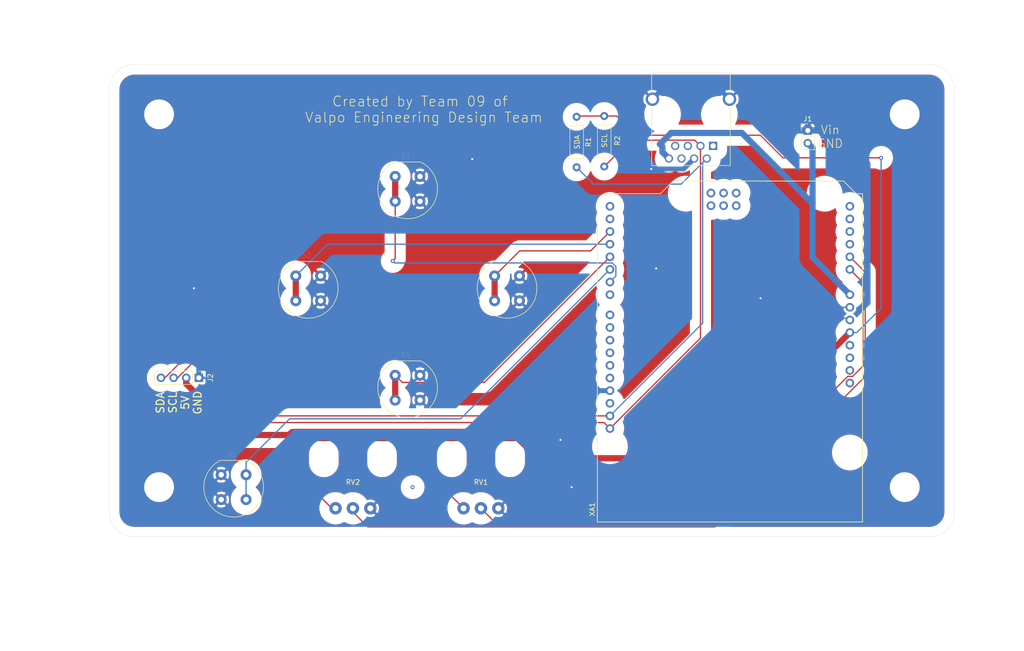
<source format=kicad_pcb>
(kicad_pcb (version 20171130) (host pcbnew "(5.1.6)-1")

  (general
    (thickness 1.6)
    (drawings 13)
    (tracks 122)
    (zones 0)
    (modules 13)
    (nets 40)
  )

  (page A4)
  (layers
    (0 F.Cu signal)
    (31 B.Cu signal)
    (32 B.Adhes user)
    (33 F.Adhes user)
    (34 B.Paste user)
    (35 F.Paste user)
    (36 B.SilkS user)
    (37 F.SilkS user)
    (38 B.Mask user)
    (39 F.Mask user)
    (40 Dwgs.User user)
    (41 Cmts.User user)
    (42 Eco1.User user)
    (43 Eco2.User user)
    (44 Edge.Cuts user)
    (45 Margin user)
    (46 B.CrtYd user)
    (47 F.CrtYd user)
    (48 B.Fab user)
    (49 F.Fab user)
  )

  (setup
    (last_trace_width 0.25)
    (user_trace_width 1)
    (user_trace_width 1.25)
    (user_trace_width 2.5)
    (trace_clearance 0.2)
    (zone_clearance 2)
    (zone_45_only no)
    (trace_min 0.2)
    (via_size 0.8)
    (via_drill 0.4)
    (via_min_size 0.4)
    (via_min_drill 0.3)
    (uvia_size 0.3)
    (uvia_drill 0.1)
    (uvias_allowed no)
    (uvia_min_size 0.2)
    (uvia_min_drill 0.1)
    (edge_width 0.05)
    (segment_width 0.2)
    (pcb_text_width 0.3)
    (pcb_text_size 1.5 1.5)
    (mod_edge_width 0.12)
    (mod_text_size 1 1)
    (mod_text_width 0.15)
    (pad_size 1.6 1.6)
    (pad_drill 1)
    (pad_to_mask_clearance 0.05)
    (aux_axis_origin 0 0)
    (visible_elements 7FFFFFFF)
    (pcbplotparams
      (layerselection 0x010f0_ffffffff)
      (usegerberextensions false)
      (usegerberattributes false)
      (usegerberadvancedattributes false)
      (creategerberjobfile false)
      (excludeedgelayer true)
      (linewidth 0.100000)
      (plotframeref false)
      (viasonmask false)
      (mode 1)
      (useauxorigin false)
      (hpglpennumber 1)
      (hpglpenspeed 20)
      (hpglpendiameter 15.000000)
      (psnegative false)
      (psa4output false)
      (plotreference true)
      (plotvalue false)
      (plotinvisibletext false)
      (padsonsilk true)
      (subtractmaskfromsilk false)
      (outputformat 1)
      (mirror false)
      (drillshape 0)
      (scaleselection 1)
      (outputdirectory "plots/"))
  )

  (net 0 "")
  (net 1 +5V)
  (net 2 GND)
  (net 3 +3V3)
  (net 4 6)
  (net 5 5)
  (net 6 4)
  (net 7 3)
  (net 8 2)
  (net 9 Vin)
  (net 10 SDA)
  (net 11 SCL)
  (net 12 "Net-(J3-Pad7)")
  (net 13 "Net-(J3-Pad6)")
  (net 14 "Net-(J3-Pad5)")
  (net 15 A0)
  (net 16 A1)
  (net 17 TX)
  (net 18 RX)
  (net 19 "Net-(XA1-PadRST1)")
  (net 20 7)
  (net 21 8)
  (net 22 "Net-(XA1-PadD9)")
  (net 23 "Net-(XA1-PadD10)")
  (net 24 "Net-(XA1-PadD11)")
  (net 25 "Net-(XA1-PadD12)")
  (net 26 "Net-(XA1-PadD13)")
  (net 27 "Net-(XA1-PadAREF)")
  (net 28 "Net-(XA1-PadA2)")
  (net 29 "Net-(XA1-PadA3)")
  (net 30 "Net-(XA1-PadRST2)")
  (net 31 "Net-(XA1-PadMISO)")
  (net 32 "Net-(XA1-PadA5)")
  (net 33 "Net-(XA1-PadA4)")
  (net 34 "Net-(XA1-PadIORF)")
  (net 35 "Net-(XA1-Pad5V2)")
  (net 36 "Net-(XA1-PadSCK)")
  (net 37 "Net-(XA1-PadMOSI)")
  (net 38 "Net-(XA1-PadGND4)")
  (net 39 "Net-(J3-Pad1)")

  (net_class Default "This is the default net class."
    (clearance 0.2)
    (trace_width 0.25)
    (via_dia 0.8)
    (via_drill 0.4)
    (uvia_dia 0.3)
    (uvia_drill 0.1)
    (add_net +3V3)
    (add_net +5V)
    (add_net 2)
    (add_net 3)
    (add_net 4)
    (add_net 5)
    (add_net 6)
    (add_net 7)
    (add_net 8)
    (add_net A0)
    (add_net A1)
    (add_net GND)
    (add_net "Net-(J3-Pad1)")
    (add_net "Net-(J3-Pad5)")
    (add_net "Net-(J3-Pad6)")
    (add_net "Net-(J3-Pad7)")
    (add_net "Net-(XA1-Pad5V2)")
    (add_net "Net-(XA1-PadA2)")
    (add_net "Net-(XA1-PadA3)")
    (add_net "Net-(XA1-PadA4)")
    (add_net "Net-(XA1-PadA5)")
    (add_net "Net-(XA1-PadAREF)")
    (add_net "Net-(XA1-PadD10)")
    (add_net "Net-(XA1-PadD11)")
    (add_net "Net-(XA1-PadD12)")
    (add_net "Net-(XA1-PadD13)")
    (add_net "Net-(XA1-PadD9)")
    (add_net "Net-(XA1-PadGND4)")
    (add_net "Net-(XA1-PadIORF)")
    (add_net "Net-(XA1-PadMISO)")
    (add_net "Net-(XA1-PadMOSI)")
    (add_net "Net-(XA1-PadRST1)")
    (add_net "Net-(XA1-PadRST2)")
    (add_net "Net-(XA1-PadSCK)")
    (add_net RX)
    (add_net SCL)
    (add_net SDA)
    (add_net TX)
    (add_net Vin)
  )

  (module P120_pot:P120PK (layer F.Cu) (tedit 6060DCD0) (tstamp 6060DFD8)
    (at 114 124.25)
    (path /603E42A0)
    (fp_text reference RV2 (at 0 4.75) (layer F.SilkS)
      (effects (font (size 1 1) (thickness 0.15)))
    )
    (fp_text value R_POT (at 0 -3.5) (layer F.Fab)
      (effects (font (size 1 1) (thickness 0.15)))
    )
    (pad 3 thru_hole circle (at 3.5 10) (size 2.5 2.5) (drill 1.2) (layers *.Cu *.Mask)
      (net 2 GND))
    (pad 2 thru_hole circle (at 0 10) (size 2.5 2.5) (drill 1.2) (layers *.Cu *.Mask)
      (net 16 A1))
    (pad 1 thru_hole circle (at -3.5 10) (size 2.5 2.5) (drill 1.2) (layers *.Cu *.Mask)
      (net 1 +5V))
    (pad "" np_thru_hole oval (at 5.85 0) (size 2 3.5) (drill oval 2 3.5) (layers *.Cu *.Mask))
    (pad "" np_thru_hole oval (at -5.85 0) (size 2 3.5) (drill oval 2 3.5) (layers *.Cu *.Mask))
  )

  (module P120_pot:P120PK (layer F.Cu) (tedit 6060DCD0) (tstamp 6060DFCF)
    (at 139.75 124.25)
    (path /603E38A2)
    (fp_text reference RV1 (at 0 4.75) (layer F.SilkS)
      (effects (font (size 1 1) (thickness 0.15)))
    )
    (fp_text value R_POT (at 0 -3.5) (layer F.Fab)
      (effects (font (size 1 1) (thickness 0.15)))
    )
    (pad 3 thru_hole circle (at 3.5 10) (size 2.5 2.5) (drill 1.2) (layers *.Cu *.Mask)
      (net 2 GND))
    (pad 2 thru_hole circle (at 0 10) (size 2.5 2.5) (drill 1.2) (layers *.Cu *.Mask)
      (net 15 A0))
    (pad 1 thru_hole circle (at -3.5 10) (size 2.5 2.5) (drill 1.2) (layers *.Cu *.Mask)
      (net 1 +5V))
    (pad "" np_thru_hole oval (at 5.85 0) (size 2 3.5) (drill oval 2 3.5) (layers *.Cu *.Mask))
    (pad "" np_thru_hole oval (at -5.85 0) (size 2 3.5) (drill oval 2 3.5) (layers *.Cu *.Mask))
  )

  (module Connector_PinHeader_2.54mm:PinHeader_1x04_P2.54mm_Vertical (layer F.Cu) (tedit 59FED5CC) (tstamp 605FCB8F)
    (at 83 108 270)
    (descr "Through hole straight pin header, 1x04, 2.54mm pitch, single row")
    (tags "Through hole pin header THT 1x04 2.54mm single row")
    (path /605ECABF)
    (fp_text reference J2 (at 0 -2.33 90) (layer F.SilkS)
      (effects (font (size 1 1) (thickness 0.15)))
    )
    (fp_text value Conn_01x04_Male (at 0 9.95 90) (layer F.Fab)
      (effects (font (size 1 1) (thickness 0.15)))
    )
    (fp_line (start -0.635 -1.27) (end 1.27 -1.27) (layer F.Fab) (width 0.1))
    (fp_line (start 1.27 -1.27) (end 1.27 8.89) (layer F.Fab) (width 0.1))
    (fp_line (start 1.27 8.89) (end -1.27 8.89) (layer F.Fab) (width 0.1))
    (fp_line (start -1.27 8.89) (end -1.27 -0.635) (layer F.Fab) (width 0.1))
    (fp_line (start -1.27 -0.635) (end -0.635 -1.27) (layer F.Fab) (width 0.1))
    (fp_line (start -1.33 8.95) (end 1.33 8.95) (layer F.SilkS) (width 0.12))
    (fp_line (start -1.33 1.27) (end -1.33 8.95) (layer F.SilkS) (width 0.12))
    (fp_line (start 1.33 1.27) (end 1.33 8.95) (layer F.SilkS) (width 0.12))
    (fp_line (start -1.33 1.27) (end 1.33 1.27) (layer F.SilkS) (width 0.12))
    (fp_line (start -1.33 0) (end -1.33 -1.33) (layer F.SilkS) (width 0.12))
    (fp_line (start -1.33 -1.33) (end 0 -1.33) (layer F.SilkS) (width 0.12))
    (fp_line (start -1.8 -1.8) (end -1.8 9.4) (layer F.CrtYd) (width 0.05))
    (fp_line (start -1.8 9.4) (end 1.8 9.4) (layer F.CrtYd) (width 0.05))
    (fp_line (start 1.8 9.4) (end 1.8 -1.8) (layer F.CrtYd) (width 0.05))
    (fp_line (start 1.8 -1.8) (end -1.8 -1.8) (layer F.CrtYd) (width 0.05))
    (fp_text user %R (at 0 3.81) (layer F.Fab)
      (effects (font (size 1 1) (thickness 0.15)))
    )
    (pad 4 thru_hole oval (at 0 7.62 270) (size 1.7 1.7) (drill 1) (layers *.Cu *.Mask)
      (net 10 SDA))
    (pad 3 thru_hole oval (at 0 5.08 270) (size 1.7 1.7) (drill 1) (layers *.Cu *.Mask)
      (net 11 SCL))
    (pad 2 thru_hole oval (at 0 2.54 270) (size 1.7 1.7) (drill 1) (layers *.Cu *.Mask)
      (net 1 +5V))
    (pad 1 thru_hole rect (at 0 0 270) (size 1.7 1.7) (drill 1) (layers *.Cu *.Mask)
      (net 2 GND))
    (model ${KISYS3DMOD}/Connector_PinHeader_2.54mm.3dshapes/PinHeader_1x04_P2.54mm_Vertical.wrl
      (at (xyz 0 0 0))
      (scale (xyz 1 1 1))
      (rotate (xyz 0 0 0))
    )
  )

  (module Resistor_THT:R_Axial_DIN0207_L6.3mm_D2.5mm_P10.16mm_Horizontal (layer F.Cu) (tedit 5AE5139B) (tstamp 605EB8B1)
    (at 164.55 65.5 90)
    (descr "Resistor, Axial_DIN0207 series, Axial, Horizontal, pin pitch=10.16mm, 0.25W = 1/4W, length*diameter=6.3*2.5mm^2, http://cdn-reichelt.de/documents/datenblatt/B400/1_4W%23YAG.pdf")
    (tags "Resistor Axial_DIN0207 series Axial Horizontal pin pitch 10.16mm 0.25W = 1/4W length 6.3mm diameter 2.5mm")
    (path /60617472)
    (fp_text reference R2 (at 5.2 2.65 90) (layer F.SilkS)
      (effects (font (size 1 1) (thickness 0.15)))
    )
    (fp_text value R (at 5.08 2.37 90) (layer F.Fab)
      (effects (font (size 1 1) (thickness 0.15)))
    )
    (fp_line (start 1.93 -1.25) (end 1.93 1.25) (layer F.Fab) (width 0.1))
    (fp_line (start 1.93 1.25) (end 8.23 1.25) (layer F.Fab) (width 0.1))
    (fp_line (start 8.23 1.25) (end 8.23 -1.25) (layer F.Fab) (width 0.1))
    (fp_line (start 8.23 -1.25) (end 1.93 -1.25) (layer F.Fab) (width 0.1))
    (fp_line (start 0 0) (end 1.93 0) (layer F.Fab) (width 0.1))
    (fp_line (start 10.16 0) (end 8.23 0) (layer F.Fab) (width 0.1))
    (fp_line (start 1.81 -1.37) (end 1.81 1.37) (layer F.SilkS) (width 0.12))
    (fp_line (start 1.81 1.37) (end 8.35 1.37) (layer F.SilkS) (width 0.12))
    (fp_line (start 8.35 1.37) (end 8.35 -1.37) (layer F.SilkS) (width 0.12))
    (fp_line (start 8.35 -1.37) (end 1.81 -1.37) (layer F.SilkS) (width 0.12))
    (fp_line (start 1.04 0) (end 1.81 0) (layer F.SilkS) (width 0.12))
    (fp_line (start 9.12 0) (end 8.35 0) (layer F.SilkS) (width 0.12))
    (fp_line (start -1.05 -1.5) (end -1.05 1.5) (layer F.CrtYd) (width 0.05))
    (fp_line (start -1.05 1.5) (end 11.21 1.5) (layer F.CrtYd) (width 0.05))
    (fp_line (start 11.21 1.5) (end 11.21 -1.5) (layer F.CrtYd) (width 0.05))
    (fp_line (start 11.21 -1.5) (end -1.05 -1.5) (layer F.CrtYd) (width 0.05))
    (fp_text user %R (at 5.08 0 90) (layer F.Fab)
      (effects (font (size 1 1) (thickness 0.15)))
    )
    (pad 2 thru_hole oval (at 10.16 0 90) (size 1.6 1.6) (drill 0.8) (layers *.Cu *.Mask)
      (net 1 +5V))
    (pad 1 thru_hole circle (at 0 0 90) (size 1.6 1.6) (drill 0.8) (layers *.Cu *.Mask)
      (net 11 SCL))
    (model ${KISYS3DMOD}/Resistor_THT.3dshapes/R_Axial_DIN0207_L6.3mm_D2.5mm_P10.16mm_Horizontal.wrl
      (at (xyz 0 0 0))
      (scale (xyz 1 1 1))
      (rotate (xyz 0 0 0))
    )
  )

  (module Resistor_THT:R_Axial_DIN0207_L6.3mm_D2.5mm_P10.16mm_Horizontal (layer F.Cu) (tedit 5AE5139B) (tstamp 605EB89A)
    (at 159 55.5 270)
    (descr "Resistor, Axial_DIN0207 series, Axial, Horizontal, pin pitch=10.16mm, 0.25W = 1/4W, length*diameter=6.3*2.5mm^2, http://cdn-reichelt.de/documents/datenblatt/B400/1_4W%23YAG.pdf")
    (tags "Resistor Axial_DIN0207 series Axial Horizontal pin pitch 10.16mm 0.25W = 1/4W length 6.3mm diameter 2.5mm")
    (path /60616F77)
    (fp_text reference R1 (at 5.08 -2.37 90) (layer F.SilkS)
      (effects (font (size 1 1) (thickness 0.15)))
    )
    (fp_text value R (at 5.08 2.37 90) (layer F.Fab)
      (effects (font (size 1 1) (thickness 0.15)))
    )
    (fp_line (start 1.93 -1.25) (end 1.93 1.25) (layer F.Fab) (width 0.1))
    (fp_line (start 1.93 1.25) (end 8.23 1.25) (layer F.Fab) (width 0.1))
    (fp_line (start 8.23 1.25) (end 8.23 -1.25) (layer F.Fab) (width 0.1))
    (fp_line (start 8.23 -1.25) (end 1.93 -1.25) (layer F.Fab) (width 0.1))
    (fp_line (start 0 0) (end 1.93 0) (layer F.Fab) (width 0.1))
    (fp_line (start 10.16 0) (end 8.23 0) (layer F.Fab) (width 0.1))
    (fp_line (start 1.81 -1.37) (end 1.81 1.37) (layer F.SilkS) (width 0.12))
    (fp_line (start 1.81 1.37) (end 8.35 1.37) (layer F.SilkS) (width 0.12))
    (fp_line (start 8.35 1.37) (end 8.35 -1.37) (layer F.SilkS) (width 0.12))
    (fp_line (start 8.35 -1.37) (end 1.81 -1.37) (layer F.SilkS) (width 0.12))
    (fp_line (start 1.04 0) (end 1.81 0) (layer F.SilkS) (width 0.12))
    (fp_line (start 9.12 0) (end 8.35 0) (layer F.SilkS) (width 0.12))
    (fp_line (start -1.05 -1.5) (end -1.05 1.5) (layer F.CrtYd) (width 0.05))
    (fp_line (start -1.05 1.5) (end 11.21 1.5) (layer F.CrtYd) (width 0.05))
    (fp_line (start 11.21 1.5) (end 11.21 -1.5) (layer F.CrtYd) (width 0.05))
    (fp_line (start 11.21 -1.5) (end -1.05 -1.5) (layer F.CrtYd) (width 0.05))
    (fp_text user %R (at 5.08 0 90) (layer F.Fab)
      (effects (font (size 1 1) (thickness 0.15)))
    )
    (pad 2 thru_hole oval (at 10.16 0 270) (size 1.6 1.6) (drill 0.8) (layers *.Cu *.Mask)
      (net 10 SDA))
    (pad 1 thru_hole circle (at 0 0 270) (size 1.6 1.6) (drill 0.8) (layers *.Cu *.Mask)
      (net 1 +5V))
    (model ${KISYS3DMOD}/Resistor_THT.3dshapes/R_Axial_DIN0207_L6.3mm_D2.5mm_P10.16mm_Horizontal.wrl
      (at (xyz 0 0 0))
      (scale (xyz 1 1 1))
      (rotate (xyz 0 0 0))
    )
  )

  (module Arduino:Arduino_Uno_Shield (layer F.Cu) (tedit 5A8605EC) (tstamp 605EA931)
    (at 216.5 137 90)
    (descr https://store.arduino.cc/arduino-uno-rev3)
    (path /605FD3D6)
    (fp_text reference XA1 (at 2.54 -54.356 90) (layer F.SilkS)
      (effects (font (size 1 1) (thickness 0.15)))
    )
    (fp_text value Arduino_Uno_Shield (at 15.494 -54.356 90) (layer F.Fab)
      (effects (font (size 1 1) (thickness 0.15)))
    )
    (fp_line (start 9.525 -32.385) (end -6.35 -32.385) (layer B.CrtYd) (width 0.15))
    (fp_line (start 9.525 -43.815) (end -6.35 -43.815) (layer B.CrtYd) (width 0.15))
    (fp_line (start 9.525 -43.815) (end 9.525 -32.385) (layer B.CrtYd) (width 0.15))
    (fp_line (start -6.35 -43.815) (end -6.35 -32.385) (layer B.CrtYd) (width 0.15))
    (fp_line (start 11.43 -12.065) (end 11.43 -3.175) (layer B.CrtYd) (width 0.15))
    (fp_line (start -1.905 -3.175) (end 11.43 -3.175) (layer B.CrtYd) (width 0.15))
    (fp_line (start -1.905 -12.065) (end -1.905 -3.175) (layer B.CrtYd) (width 0.15))
    (fp_line (start -1.905 -12.065) (end 11.43 -12.065) (layer B.CrtYd) (width 0.15))
    (fp_line (start 0 -53.34) (end 0 0) (layer F.SilkS) (width 0.15))
    (fp_line (start 66.04 -40.64) (end 66.04 -51.816) (layer F.SilkS) (width 0.15))
    (fp_line (start 68.58 -38.1) (end 66.04 -40.64) (layer F.SilkS) (width 0.15))
    (fp_line (start 68.58 -3.81) (end 68.58 -38.1) (layer F.SilkS) (width 0.15))
    (fp_line (start 66.04 -1.27) (end 68.58 -3.81) (layer F.SilkS) (width 0.15))
    (fp_line (start 66.04 0) (end 66.04 -1.27) (layer F.SilkS) (width 0.15))
    (fp_line (start 64.516 -53.34) (end 66.04 -51.816) (layer F.SilkS) (width 0.15))
    (fp_line (start 0 0) (end 66.04 0) (layer F.SilkS) (width 0.15))
    (fp_line (start 0 -53.34) (end 64.516 -53.34) (layer F.SilkS) (width 0.15))
    (fp_text user . (at 62.484 -32.004 90) (layer F.SilkS)
      (effects (font (size 1 1) (thickness 0.15)))
    )
    (pad MISO thru_hole oval (at 63.627 -30.48 90) (size 1.7272 1.7272) (drill 1.016) (layers *.Cu *.Mask)
      (net 31 "Net-(XA1-PadMISO)"))
    (pad A5 thru_hole oval (at 63.5 -2.54 90) (size 1.7272 1.7272) (drill 1.016) (layers *.Cu *.Mask)
      (net 32 "Net-(XA1-PadA5)"))
    (pad A4 thru_hole oval (at 60.96 -2.54 90) (size 1.7272 1.7272) (drill 1.016) (layers *.Cu *.Mask)
      (net 33 "Net-(XA1-PadA4)"))
    (pad A3 thru_hole oval (at 58.42 -2.54 90) (size 1.7272 1.7272) (drill 1.016) (layers *.Cu *.Mask)
      (net 29 "Net-(XA1-PadA3)"))
    (pad A2 thru_hole oval (at 55.88 -2.54 90) (size 1.7272 1.7272) (drill 1.016) (layers *.Cu *.Mask)
      (net 28 "Net-(XA1-PadA2)"))
    (pad A1 thru_hole oval (at 53.34 -2.54 90) (size 1.7272 1.7272) (drill 1.016) (layers *.Cu *.Mask)
      (net 16 A1))
    (pad "" thru_hole oval (at 27.94 -2.54 90) (size 1.7272 1.7272) (drill 1.016) (layers *.Cu *.Mask))
    (pad D11 thru_hole oval (at 34.036 -50.8 90) (size 1.7272 1.7272) (drill 1.016) (layers *.Cu *.Mask)
      (net 24 "Net-(XA1-PadD11)"))
    (pad D12 thru_hole oval (at 31.496 -50.8 90) (size 1.7272 1.7272) (drill 1.016) (layers *.Cu *.Mask)
      (net 25 "Net-(XA1-PadD12)"))
    (pad D13 thru_hole oval (at 28.956 -50.8 90) (size 1.7272 1.7272) (drill 1.016) (layers *.Cu *.Mask)
      (net 26 "Net-(XA1-PadD13)"))
    (pad AREF thru_hole oval (at 23.876 -50.8 90) (size 1.7272 1.7272) (drill 1.016) (layers *.Cu *.Mask)
      (net 27 "Net-(XA1-PadAREF)"))
    (pad SDA thru_hole oval (at 21.336 -50.8 90) (size 1.7272 1.7272) (drill 1.016) (layers *.Cu *.Mask)
      (net 10 SDA))
    (pad SCL thru_hole oval (at 18.796 -50.8 90) (size 1.7272 1.7272) (drill 1.016) (layers *.Cu *.Mask)
      (net 11 SCL))
    (pad "" np_thru_hole circle (at 13.97 -2.54 90) (size 3.2 3.2) (drill 3.2) (layers *.Cu *.Mask))
    (pad "" np_thru_hole circle (at 15.24 -50.8 90) (size 3.2 3.2) (drill 3.2) (layers *.Cu *.Mask))
    (pad "" np_thru_hole circle (at 66.04 -35.56 90) (size 3.2 3.2) (drill 3.2) (layers *.Cu *.Mask))
    (pad "" np_thru_hole circle (at 66.04 -7.62 90) (size 3.2 3.2) (drill 3.2) (layers *.Cu *.Mask))
    (pad D10 thru_hole oval (at 36.576 -50.8 90) (size 1.7272 1.7272) (drill 1.016) (layers *.Cu *.Mask)
      (net 23 "Net-(XA1-PadD10)"))
    (pad D9 thru_hole oval (at 39.116 -50.8 90) (size 1.7272 1.7272) (drill 1.016) (layers *.Cu *.Mask)
      (net 22 "Net-(XA1-PadD9)"))
    (pad D8 thru_hole oval (at 41.656 -50.8 90) (size 1.7272 1.7272) (drill 1.016) (layers *.Cu *.Mask)
      (net 21 8))
    (pad GND1 thru_hole oval (at 26.416 -50.8 90) (size 1.7272 1.7272) (drill 1.016) (layers *.Cu *.Mask)
      (net 2 GND))
    (pad D7 thru_hole oval (at 45.72 -50.8 90) (size 1.7272 1.7272) (drill 1.016) (layers *.Cu *.Mask)
      (net 20 7))
    (pad D6 thru_hole oval (at 48.26 -50.8 90) (size 1.7272 1.7272) (drill 1.016) (layers *.Cu *.Mask)
      (net 4 6))
    (pad D5 thru_hole oval (at 50.8 -50.8 90) (size 1.7272 1.7272) (drill 1.016) (layers *.Cu *.Mask)
      (net 5 5))
    (pad D4 thru_hole oval (at 53.34 -50.8 90) (size 1.7272 1.7272) (drill 1.016) (layers *.Cu *.Mask)
      (net 6 4))
    (pad D3 thru_hole oval (at 55.88 -50.8 90) (size 1.7272 1.7272) (drill 1.016) (layers *.Cu *.Mask)
      (net 7 3))
    (pad D2 thru_hole oval (at 58.42 -50.8 90) (size 1.7272 1.7272) (drill 1.016) (layers *.Cu *.Mask)
      (net 8 2))
    (pad D1 thru_hole oval (at 60.96 -50.8 90) (size 1.7272 1.7272) (drill 1.016) (layers *.Cu *.Mask)
      (net 17 TX))
    (pad D0 thru_hole oval (at 63.5 -50.8 90) (size 1.7272 1.7272) (drill 1.016) (layers *.Cu *.Mask)
      (net 18 RX))
    (pad IORF thru_hole oval (at 30.48 -2.54 90) (size 1.7272 1.7272) (drill 1.016) (layers *.Cu *.Mask)
      (net 34 "Net-(XA1-PadIORF)"))
    (pad RST1 thru_hole oval (at 33.02 -2.54 90) (size 1.7272 1.7272) (drill 1.016) (layers *.Cu *.Mask)
      (net 19 "Net-(XA1-PadRST1)"))
    (pad 3V3 thru_hole oval (at 35.56 -2.54 90) (size 1.7272 1.7272) (drill 1.016) (layers *.Cu *.Mask)
      (net 3 +3V3))
    (pad 5V1 thru_hole oval (at 38.1 -2.54 90) (size 1.7272 1.7272) (drill 1.016) (layers *.Cu *.Mask)
      (net 1 +5V))
    (pad GND2 thru_hole oval (at 40.64 -2.54 90) (size 1.7272 1.7272) (drill 1.016) (layers *.Cu *.Mask)
      (net 2 GND))
    (pad GND3 thru_hole oval (at 43.18 -2.54 90) (size 1.7272 1.7272) (drill 1.016) (layers *.Cu *.Mask)
      (net 2 GND))
    (pad VIN thru_hole oval (at 45.72 -2.54 90) (size 1.7272 1.7272) (drill 1.016) (layers *.Cu *.Mask)
      (net 9 Vin))
    (pad A0 thru_hole oval (at 50.8 -2.54 90) (size 1.7272 1.7272) (drill 1.016) (layers *.Cu *.Mask)
      (net 15 A0))
    (pad 5V2 thru_hole oval (at 66.167 -30.48 90) (size 1.7272 1.7272) (drill 1.016) (layers *.Cu *.Mask)
      (net 35 "Net-(XA1-Pad5V2)"))
    (pad SCK thru_hole oval (at 63.627 -27.94 90) (size 1.7272 1.7272) (drill 1.016) (layers *.Cu *.Mask)
      (net 36 "Net-(XA1-PadSCK)"))
    (pad MOSI thru_hole oval (at 66.167 -27.94 90) (size 1.7272 1.7272) (drill 1.016) (layers *.Cu *.Mask)
      (net 37 "Net-(XA1-PadMOSI)"))
    (pad GND4 thru_hole oval (at 66.167 -25.4 90) (size 1.7272 1.7272) (drill 1.016) (layers *.Cu *.Mask)
      (net 38 "Net-(XA1-PadGND4)"))
    (pad RST2 thru_hole oval (at 63.627 -25.4 90) (size 1.7272 1.7272) (drill 1.016) (layers *.Cu *.Mask)
      (net 30 "Net-(XA1-PadRST2)"))
  )

  (module D6R90_F1_LFS:SW_D6R90_F1_LFS (layer F.Cu) (tedit 603C2260) (tstamp 605EA1D1)
    (at 90 130)
    (path /603C4F99)
    (fp_text reference S5 (at -0.325 -6.635) (layer F.SilkS)
      (effects (font (size 1 1) (thickness 0.015)))
    )
    (fp_text value D6R90_F1_LFS (at 6.025 7.135) (layer F.Fab)
      (effects (font (size 1 1) (thickness 0.015)))
    )
    (fp_line (start -2.615 -5.4) (end 2.615 -5.4) (layer F.SilkS) (width 0.127))
    (fp_circle (center 0 0) (end 4.5 0) (layer F.Fab) (width 0.127))
    (fp_line (start -2.615 -5.4) (end 2.615 -5.4) (layer F.Fab) (width 0.127))
    (fp_line (start -2.672 -5.65) (end 2.672 -5.65) (layer F.CrtYd) (width 0.05))
    (fp_arc (start 0.00162 -0.000989) (end 6.25 0) (angle -64.7082) (layer F.CrtYd) (width 0.05))
    (fp_arc (start 0.0003 0.000227) (end -2.672 -5.65) (angle -64.6859) (layer F.CrtYd) (width 0.05))
    (fp_arc (start 0 0) (end 6.25 0) (angle 180) (layer F.CrtYd) (width 0.05))
    (fp_arc (start 0.000693 0.000599) (end -2.615 -5.4) (angle -64.1518) (layer F.Fab) (width 0.127))
    (fp_arc (start -0.003218 0.002181) (end 2.615 -5.4) (angle 64.1216) (layer F.Fab) (width 0.127))
    (fp_arc (start 0 0) (end 6 0) (angle 180) (layer F.Fab) (width 0.127))
    (fp_arc (start 0.000693 0.000599) (end -2.615 -5.4) (angle -64.1518) (layer F.SilkS) (width 0.127))
    (fp_arc (start -0.003218 0.002181) (end 2.615 -5.4) (angle 64.1216) (layer F.SilkS) (width 0.127))
    (fp_arc (start 0 0) (end 6 0) (angle 180) (layer F.SilkS) (width 0.127))
    (pad 4 thru_hole circle (at 2.5 -2.5) (size 2.2 2.2) (drill 1.1) (layers *.Cu *.Mask)
      (net 5 5))
    (pad 3 thru_hole circle (at 2.5 2.5) (size 2.2 2.2) (drill 1.1) (layers *.Cu *.Mask)
      (net 5 5))
    (pad 2 thru_hole circle (at -2.5 2.5) (size 2.2 2.2) (drill 1.1) (layers *.Cu *.Mask)
      (net 2 GND))
    (pad 1 thru_hole circle (at -2.5 -2.5) (size 2.2 2.2) (drill 1.1) (layers *.Cu *.Mask)
      (net 2 GND))
  )

  (module D6R90_F1_LFS:SW_D6R90_F1_LFS (layer F.Cu) (tedit 603C2260) (tstamp 605EA1BC)
    (at 125 110)
    (path /603C593E)
    (fp_text reference S4 (at -0.325 -6.635) (layer F.SilkS)
      (effects (font (size 1 1) (thickness 0.015)))
    )
    (fp_text value D6R90_F1_LFS (at 6.025 7.135) (layer F.Fab)
      (effects (font (size 1 1) (thickness 0.015)))
    )
    (fp_line (start -2.615 -5.4) (end 2.615 -5.4) (layer F.SilkS) (width 0.127))
    (fp_circle (center 0 0) (end 4.5 0) (layer F.Fab) (width 0.127))
    (fp_line (start -2.615 -5.4) (end 2.615 -5.4) (layer F.Fab) (width 0.127))
    (fp_line (start -2.672 -5.65) (end 2.672 -5.65) (layer F.CrtYd) (width 0.05))
    (fp_arc (start 0.00162 -0.000989) (end 6.25 0) (angle -64.7082) (layer F.CrtYd) (width 0.05))
    (fp_arc (start 0.0003 0.000227) (end -2.672 -5.65) (angle -64.6859) (layer F.CrtYd) (width 0.05))
    (fp_arc (start 0 0) (end 6.25 0) (angle 180) (layer F.CrtYd) (width 0.05))
    (fp_arc (start 0.000693 0.000599) (end -2.615 -5.4) (angle -64.1518) (layer F.Fab) (width 0.127))
    (fp_arc (start -0.003218 0.002181) (end 2.615 -5.4) (angle 64.1216) (layer F.Fab) (width 0.127))
    (fp_arc (start 0 0) (end 6 0) (angle 180) (layer F.Fab) (width 0.127))
    (fp_arc (start 0.000693 0.000599) (end -2.615 -5.4) (angle -64.1518) (layer F.SilkS) (width 0.127))
    (fp_arc (start -0.003218 0.002181) (end 2.615 -5.4) (angle 64.1216) (layer F.SilkS) (width 0.127))
    (fp_arc (start 0 0) (end 6 0) (angle 180) (layer F.SilkS) (width 0.127))
    (pad 4 thru_hole circle (at 2.5 -2.5) (size 2.2 2.2) (drill 1.1) (layers *.Cu *.Mask)
      (net 2 GND))
    (pad 3 thru_hole circle (at 2.5 2.5) (size 2.2 2.2) (drill 1.1) (layers *.Cu *.Mask)
      (net 2 GND))
    (pad 2 thru_hole circle (at -2.5 2.5) (size 2.2 2.2) (drill 1.1) (layers *.Cu *.Mask)
      (net 6 4))
    (pad 1 thru_hole circle (at -2.5 -2.5) (size 2.2 2.2) (drill 1.1) (layers *.Cu *.Mask)
      (net 6 4))
  )

  (module D6R90_F1_LFS:SW_D6R90_F1_LFS (layer F.Cu) (tedit 603C2260) (tstamp 605EA1A7)
    (at 145 90)
    (path /603C3B3B)
    (fp_text reference S3 (at -0.325 -6.635) (layer F.SilkS)
      (effects (font (size 1 1) (thickness 0.015)))
    )
    (fp_text value D6R90_F1_LFS (at 6.025 7.135) (layer F.Fab)
      (effects (font (size 1 1) (thickness 0.015)))
    )
    (fp_line (start -2.615 -5.4) (end 2.615 -5.4) (layer F.SilkS) (width 0.127))
    (fp_circle (center 0 0) (end 4.5 0) (layer F.Fab) (width 0.127))
    (fp_line (start -2.615 -5.4) (end 2.615 -5.4) (layer F.Fab) (width 0.127))
    (fp_line (start -2.672 -5.65) (end 2.672 -5.65) (layer F.CrtYd) (width 0.05))
    (fp_arc (start 0.00162 -0.000989) (end 6.25 0) (angle -64.7082) (layer F.CrtYd) (width 0.05))
    (fp_arc (start 0.0003 0.000227) (end -2.672 -5.65) (angle -64.6859) (layer F.CrtYd) (width 0.05))
    (fp_arc (start 0 0) (end 6.25 0) (angle 180) (layer F.CrtYd) (width 0.05))
    (fp_arc (start 0.000693 0.000599) (end -2.615 -5.4) (angle -64.1518) (layer F.Fab) (width 0.127))
    (fp_arc (start -0.003218 0.002181) (end 2.615 -5.4) (angle 64.1216) (layer F.Fab) (width 0.127))
    (fp_arc (start 0 0) (end 6 0) (angle 180) (layer F.Fab) (width 0.127))
    (fp_arc (start 0.000693 0.000599) (end -2.615 -5.4) (angle -64.1518) (layer F.SilkS) (width 0.127))
    (fp_arc (start -0.003218 0.002181) (end 2.615 -5.4) (angle 64.1216) (layer F.SilkS) (width 0.127))
    (fp_arc (start 0 0) (end 6 0) (angle 180) (layer F.SilkS) (width 0.127))
    (pad 4 thru_hole circle (at 2.5 -2.5) (size 2.2 2.2) (drill 1.1) (layers *.Cu *.Mask)
      (net 2 GND))
    (pad 3 thru_hole circle (at 2.5 2.5) (size 2.2 2.2) (drill 1.1) (layers *.Cu *.Mask)
      (net 2 GND))
    (pad 2 thru_hole circle (at -2.5 2.5) (size 2.2 2.2) (drill 1.1) (layers *.Cu *.Mask)
      (net 8 2))
    (pad 1 thru_hole circle (at -2.5 -2.5) (size 2.2 2.2) (drill 1.1) (layers *.Cu *.Mask)
      (net 8 2))
  )

  (module D6R90_F1_LFS:SW_D6R90_F1_LFS (layer F.Cu) (tedit 603C2260) (tstamp 605EA192)
    (at 105 90)
    (path /603C4352)
    (fp_text reference S2 (at -0.325 -6.635) (layer F.SilkS)
      (effects (font (size 1 1) (thickness 0.015)))
    )
    (fp_text value D6R90_F1_LFS (at 6.025 7.135) (layer F.Fab)
      (effects (font (size 1 1) (thickness 0.015)))
    )
    (fp_line (start -2.615 -5.4) (end 2.615 -5.4) (layer F.SilkS) (width 0.127))
    (fp_circle (center 0 0) (end 4.5 0) (layer F.Fab) (width 0.127))
    (fp_line (start -2.615 -5.4) (end 2.615 -5.4) (layer F.Fab) (width 0.127))
    (fp_line (start -2.672 -5.65) (end 2.672 -5.65) (layer F.CrtYd) (width 0.05))
    (fp_arc (start 0.00162 -0.000989) (end 6.25 0) (angle -64.7082) (layer F.CrtYd) (width 0.05))
    (fp_arc (start 0.0003 0.000227) (end -2.672 -5.65) (angle -64.6859) (layer F.CrtYd) (width 0.05))
    (fp_arc (start 0 0) (end 6.25 0) (angle 180) (layer F.CrtYd) (width 0.05))
    (fp_arc (start 0.000693 0.000599) (end -2.615 -5.4) (angle -64.1518) (layer F.Fab) (width 0.127))
    (fp_arc (start -0.003218 0.002181) (end 2.615 -5.4) (angle 64.1216) (layer F.Fab) (width 0.127))
    (fp_arc (start 0 0) (end 6 0) (angle 180) (layer F.Fab) (width 0.127))
    (fp_arc (start 0.000693 0.000599) (end -2.615 -5.4) (angle -64.1518) (layer F.SilkS) (width 0.127))
    (fp_arc (start -0.003218 0.002181) (end 2.615 -5.4) (angle 64.1216) (layer F.SilkS) (width 0.127))
    (fp_arc (start 0 0) (end 6 0) (angle 180) (layer F.SilkS) (width 0.127))
    (pad 4 thru_hole circle (at 2.5 -2.5) (size 2.2 2.2) (drill 1.1) (layers *.Cu *.Mask)
      (net 2 GND))
    (pad 3 thru_hole circle (at 2.5 2.5) (size 2.2 2.2) (drill 1.1) (layers *.Cu *.Mask)
      (net 2 GND))
    (pad 2 thru_hole circle (at -2.5 2.5) (size 2.2 2.2) (drill 1.1) (layers *.Cu *.Mask)
      (net 7 3))
    (pad 1 thru_hole circle (at -2.5 -2.5) (size 2.2 2.2) (drill 1.1) (layers *.Cu *.Mask)
      (net 7 3))
  )

  (module D6R90_F1_LFS:SW_D6R90_F1_LFS (layer F.Cu) (tedit 603C2260) (tstamp 605EA17D)
    (at 125 70)
    (path /605EBC89)
    (fp_text reference S1 (at -0.325 -6.635) (layer F.SilkS)
      (effects (font (size 1 1) (thickness 0.015)))
    )
    (fp_text value D6R90_F1_LFS (at 6.025 7.135) (layer F.Fab)
      (effects (font (size 1 1) (thickness 0.015)))
    )
    (fp_line (start -2.615 -5.4) (end 2.615 -5.4) (layer F.SilkS) (width 0.127))
    (fp_circle (center 0 0) (end 4.5 0) (layer F.Fab) (width 0.127))
    (fp_line (start -2.615 -5.4) (end 2.615 -5.4) (layer F.Fab) (width 0.127))
    (fp_line (start -2.672 -5.65) (end 2.672 -5.65) (layer F.CrtYd) (width 0.05))
    (fp_arc (start 0.00162 -0.000989) (end 6.25 0) (angle -64.7082) (layer F.CrtYd) (width 0.05))
    (fp_arc (start 0.0003 0.000227) (end -2.672 -5.65) (angle -64.6859) (layer F.CrtYd) (width 0.05))
    (fp_arc (start 0 0) (end 6.25 0) (angle 180) (layer F.CrtYd) (width 0.05))
    (fp_arc (start 0.000693 0.000599) (end -2.615 -5.4) (angle -64.1518) (layer F.Fab) (width 0.127))
    (fp_arc (start -0.003218 0.002181) (end 2.615 -5.4) (angle 64.1216) (layer F.Fab) (width 0.127))
    (fp_arc (start 0 0) (end 6 0) (angle 180) (layer F.Fab) (width 0.127))
    (fp_arc (start 0.000693 0.000599) (end -2.615 -5.4) (angle -64.1518) (layer F.SilkS) (width 0.127))
    (fp_arc (start -0.003218 0.002181) (end 2.615 -5.4) (angle 64.1216) (layer F.SilkS) (width 0.127))
    (fp_arc (start 0 0) (end 6 0) (angle 180) (layer F.SilkS) (width 0.127))
    (pad 4 thru_hole circle (at 2.5 -2.5) (size 2.2 2.2) (drill 1.1) (layers *.Cu *.Mask)
      (net 2 GND))
    (pad 3 thru_hole circle (at 2.5 2.5) (size 2.2 2.2) (drill 1.1) (layers *.Cu *.Mask)
      (net 2 GND))
    (pad 2 thru_hole circle (at -2.5 2.5) (size 2.2 2.2) (drill 1.1) (layers *.Cu *.Mask)
      (net 4 6))
    (pad 1 thru_hole circle (at -2.5 -2.5) (size 2.2 2.2) (drill 1.1) (layers *.Cu *.Mask)
      (net 4 6))
  )

  (module A-2004-2-4-LPS-N-R:ASSMANN_A-2004-2-4-LPS-N-R (layer F.Cu) (tedit 605A59E5) (tstamp 605EA156)
    (at 182 55 180)
    (path /605E88F0)
    (fp_text reference J3 (at -4.555 -11.889) (layer F.SilkS)
      (effects (font (size 1.4 1.4) (thickness 0.015)))
    )
    (fp_text value A-2004-2-4-LPS-N-R (at 14.114 9.889) (layer F.Fab)
      (effects (font (size 1.4 1.4) (thickness 0.015)))
    )
    (fp_line (start -7.9 -10.3) (end 7.9 -10.3) (layer F.Fab) (width 0.127))
    (fp_line (start 7.9 -10.3) (end 7.9 8.3) (layer F.Fab) (width 0.127))
    (fp_line (start 7.9 8.3) (end -7.9 8.3) (layer F.Fab) (width 0.127))
    (fp_line (start -7.9 8.3) (end -7.9 -10.3) (layer F.Fab) (width 0.127))
    (fp_line (start -7.9 1.38) (end -7.9 -10.3) (layer F.SilkS) (width 0.127))
    (fp_line (start -7.9 -10.3) (end 7.9 -10.3) (layer F.SilkS) (width 0.127))
    (fp_line (start 7.9 -10.3) (end 7.9 1.38) (layer F.SilkS) (width 0.127))
    (fp_line (start 7.9 8.3) (end -7.9 8.3) (layer F.SilkS) (width 0.127))
    (fp_line (start -7.9 8.3) (end -7.9 4.72) (layer F.SilkS) (width 0.127))
    (fp_line (start 7.9 4.72) (end 7.9 8.3) (layer F.SilkS) (width 0.127))
    (fp_line (start -9.35 -10.55) (end -9.35 8.55) (layer F.CrtYd) (width 0.05))
    (fp_line (start -9.35 8.55) (end 9.35 8.55) (layer F.CrtYd) (width 0.05))
    (fp_line (start 9.35 8.55) (end 9.35 -10.55) (layer F.CrtYd) (width 0.05))
    (fp_line (start 9.35 -10.55) (end -9.35 -10.55) (layer F.CrtYd) (width 0.05))
    (fp_circle (center -10.11 -5.9) (end -10.01 -5.9) (layer F.SilkS) (width 0.2))
    (fp_circle (center -10.11 -5.9) (end -10.01 -5.9) (layer F.Fab) (width 0.2))
    (pad S2 thru_hole circle (at 7.75 3.05 180) (size 2.7 2.7) (drill 1.8) (layers *.Cu *.Mask)
      (net 2 GND))
    (pad S1 thru_hole circle (at -7.75 3.05 180) (size 2.7 2.7) (drill 1.8) (layers *.Cu *.Mask)
      (net 2 GND))
    (pad 8 thru_hole circle (at 4.445 -8.89 180) (size 1.65 1.65) (drill 1.1) (layers *.Cu *.Mask)
      (net 9 Vin))
    (pad 7 thru_hole circle (at 3.175 -6.35 180) (size 1.65 1.65) (drill 1.1) (layers *.Cu *.Mask)
      (net 12 "Net-(J3-Pad7)"))
    (pad 6 thru_hole circle (at 1.905 -8.89 180) (size 1.65 1.65) (drill 1.1) (layers *.Cu *.Mask)
      (net 13 "Net-(J3-Pad6)"))
    (pad 5 thru_hole circle (at 0.635 -6.35 180) (size 1.65 1.65) (drill 1.1) (layers *.Cu *.Mask)
      (net 14 "Net-(J3-Pad5)"))
    (pad 4 thru_hole circle (at -0.635 -8.89 180) (size 1.65 1.65) (drill 1.1) (layers *.Cu *.Mask)
      (net 2 GND))
    (pad 3 thru_hole circle (at -1.905 -6.35 180) (size 1.65 1.65) (drill 1.1) (layers *.Cu *.Mask)
      (net 11 SCL))
    (pad 2 thru_hole circle (at -3.175 -8.89 180) (size 1.65 1.65) (drill 1.1) (layers *.Cu *.Mask)
      (net 10 SDA))
    (pad 1 thru_hole rect (at -4.445 -6.35 180) (size 1.65 1.65) (drill 1.1) (layers *.Cu *.Mask)
      (net 39 "Net-(J3-Pad1)"))
    (pad None np_thru_hole circle (at 5.715 0 180) (size 3.4 3.4) (drill 3.4) (layers *.Cu *.Mask))
    (pad None np_thru_hole circle (at -5.715 0 180) (size 3.4 3.4) (drill 3.4) (layers *.Cu *.Mask))
  )

  (module Connector_PinHeader_2.54mm:PinHeader_1x02_P2.54mm_Vertical (layer F.Cu) (tedit 59FED5CC) (tstamp 605EA0E9)
    (at 205.5 58.25)
    (descr "Through hole straight pin header, 1x02, 2.54mm pitch, single row")
    (tags "Through hole pin header THT 1x02 2.54mm single row")
    (path /605E5EEB)
    (fp_text reference J1 (at 0 -2.33) (layer F.SilkS)
      (effects (font (size 1 1) (thickness 0.15)))
    )
    (fp_text value Conn_01x02_Male (at 0 4.87) (layer F.Fab)
      (effects (font (size 1 1) (thickness 0.15)))
    )
    (fp_line (start -0.635 -1.27) (end 1.27 -1.27) (layer F.Fab) (width 0.1))
    (fp_line (start 1.27 -1.27) (end 1.27 3.81) (layer F.Fab) (width 0.1))
    (fp_line (start 1.27 3.81) (end -1.27 3.81) (layer F.Fab) (width 0.1))
    (fp_line (start -1.27 3.81) (end -1.27 -0.635) (layer F.Fab) (width 0.1))
    (fp_line (start -1.27 -0.635) (end -0.635 -1.27) (layer F.Fab) (width 0.1))
    (fp_line (start -1.33 3.87) (end 1.33 3.87) (layer F.SilkS) (width 0.12))
    (fp_line (start -1.33 1.27) (end -1.33 3.87) (layer F.SilkS) (width 0.12))
    (fp_line (start 1.33 1.27) (end 1.33 3.87) (layer F.SilkS) (width 0.12))
    (fp_line (start -1.33 1.27) (end 1.33 1.27) (layer F.SilkS) (width 0.12))
    (fp_line (start -1.33 0) (end -1.33 -1.33) (layer F.SilkS) (width 0.12))
    (fp_line (start -1.33 -1.33) (end 0 -1.33) (layer F.SilkS) (width 0.12))
    (fp_line (start -1.8 -1.8) (end -1.8 4.35) (layer F.CrtYd) (width 0.05))
    (fp_line (start -1.8 4.35) (end 1.8 4.35) (layer F.CrtYd) (width 0.05))
    (fp_line (start 1.8 4.35) (end 1.8 -1.8) (layer F.CrtYd) (width 0.05))
    (fp_line (start 1.8 -1.8) (end -1.8 -1.8) (layer F.CrtYd) (width 0.05))
    (fp_text user %R (at 0 1.27 90) (layer F.Fab)
      (effects (font (size 1 1) (thickness 0.15)))
    )
    (pad 2 thru_hole oval (at 0 2.54) (size 1.7 1.7) (drill 1) (layers *.Cu *.Mask)
      (net 9 Vin))
    (pad 1 thru_hole rect (at 0 0) (size 1.7 1.7) (drill 1) (layers *.Cu *.Mask)
      (net 2 GND))
    (model ${KISYS3DMOD}/Connector_PinHeader_2.54mm.3dshapes/PinHeader_1x02_P2.54mm_Vertical.wrl
      (at (xyz 0 0 0))
      (scale (xyz 1 1 1))
      (rotate (xyz 0 0 0))
    )
  )

  (gr_text "Created by Team 09 of \nValpo Engineering Design Team" (at 128.25 54) (layer F.SilkS)
    (effects (font (size 2 2) (thickness 0.15)))
  )
  (gr_text "Vin\nGND" (at 210 59.5) (layer F.SilkS)
    (effects (font (size 1.7 1.7) (thickness 0.15)))
  )
  (gr_text SDA (at 159.1 60.6 90) (layer F.SilkS)
    (effects (font (size 1 1) (thickness 0.15)))
  )
  (gr_text SCL (at 164.6 60.3 90) (layer F.SilkS)
    (effects (font (size 1 1) (thickness 0.15)))
  )
  (gr_text "SDA\nSCL\n5V\nGND" (at 79 113 90) (layer F.SilkS)
    (effects (font (size 1.55 1.55) (thickness 0.25)))
  )
  (gr_arc (start 230 50) (end 235 50) (angle -90) (layer Edge.Cuts) (width 0.05))
  (gr_arc (start 230 135) (end 230 140) (angle -90) (layer Edge.Cuts) (width 0.05))
  (gr_arc (start 70 135) (end 65 135) (angle -90) (layer Edge.Cuts) (width 0.05))
  (gr_arc (start 70 50) (end 70 45) (angle -90) (layer Edge.Cuts) (width 0.05))
  (gr_line (start 65 135) (end 65 50) (layer Edge.Cuts) (width 0.05) (tstamp 605EBAC9))
  (gr_line (start 230 140) (end 70 140) (layer Edge.Cuts) (width 0.05))
  (gr_line (start 235 50) (end 235 135) (layer Edge.Cuts) (width 0.05))
  (gr_line (start 70 45) (end 230 45) (layer Edge.Cuts) (width 0.05))

  (via (at 126 130) (size 0.8) (drill 0.4) (layers F.Cu B.Cu) (net 0))
  (segment (start 102 126.5) (end 102 119.5) (width 0.25) (layer F.Cu) (net 1))
  (segment (start 110 134.5) (end 102 126.5) (width 0.25) (layer F.Cu) (net 1))
  (segment (start 136.5 134.5) (end 128.5 126.5) (width 0.25) (layer F.Cu) (net 1))
  (segment (start 146.5 119.5) (end 128.5 119.5) (width 2.5) (layer F.Cu) (net 1))
  (segment (start 128.5 126.5) (end 128.5 119.5) (width 0.25) (layer F.Cu) (net 1))
  (segment (start 128.5 119.5) (end 102 119.5) (width 2.5) (layer F.Cu) (net 1))
  (segment (start 151.185001 124.185001) (end 188.674999 124.185001) (width 1.25) (layer F.Cu) (net 1))
  (segment (start 188.674999 124.185001) (end 213.96 98.9) (width 1.25) (layer F.Cu) (net 1))
  (segment (start 146.5 119.5) (end 151.185001 124.185001) (width 1.25) (layer F.Cu) (net 1))
  (segment (start 159.16 55.34) (end 159 55.5) (width 0.25) (layer F.Cu) (net 1))
  (segment (start 164.55 55.34) (end 159.16 55.34) (width 0.25) (layer F.Cu) (net 1))
  (segment (start 80.46 109.202081) (end 80.46 108) (width 1.25) (layer F.Cu) (net 1))
  (segment (start 90.757919 119.5) (end 80.46 109.202081) (width 1.25) (layer F.Cu) (net 1))
  (segment (start 102 119.5) (end 90.757919 119.5) (width 1.25) (layer F.Cu) (net 1))
  (segment (start 213.96 98.9) (end 215.35 98.9) (width 0.25) (layer B.Cu) (net 1))
  (segment (start 220.25 63.75) (end 220.25 63.75) (width 0.25) (layer B.Cu) (net 1))
  (segment (start 215.35 98.9) (end 220.25 94) (width 0.25) (layer B.Cu) (net 1))
  (segment (start 220.25 63.75) (end 220.25 94) (width 0.25) (layer B.Cu) (net 1) (tstamp 60638294))
  (via (at 220.25 63.75) (size 0.8) (drill 0.4) (layers F.Cu B.Cu) (net 1))
  (segment (start 200.5 63.75) (end 220.25 63.75) (width 0.25) (layer F.Cu) (net 1))
  (segment (start 195.95001 59.20001) (end 200.5 63.75) (width 0.25) (layer F.Cu) (net 1))
  (segment (start 170.95001 59.20001) (end 195.95001 59.20001) (width 0.25) (layer F.Cu) (net 1))
  (segment (start 164.55 55.34) (end 167.09 55.34) (width 0.25) (layer F.Cu) (net 1))
  (segment (start 167.09 55.34) (end 170.95001 59.20001) (width 0.25) (layer F.Cu) (net 1))
  (via (at 225 55) (size 6.2) (drill 6) (layers F.Cu B.Cu) (net 2) (tstamp 605FBDF4))
  (via (at 75 130) (size 6.2) (drill 6) (layers F.Cu B.Cu) (net 2) (tstamp 605FBDF4))
  (via (at 225 130) (size 6.2) (drill 6) (layers F.Cu B.Cu) (net 2) (tstamp 605FBE1A))
  (via (at 75 55) (size 6.2) (drill 6) (layers F.Cu B.Cu) (net 2))
  (segment (start 213.96 93.82) (end 211.18 93.82) (width 0.25) (layer B.Cu) (net 2))
  (segment (start 211.18 93.82) (end 209 96) (width 0.25) (layer B.Cu) (net 2))
  (segment (start 213.6 96) (end 213.96 96.36) (width 0.25) (layer B.Cu) (net 2))
  (segment (start 209 96) (end 213.6 96) (width 0.25) (layer B.Cu) (net 2))
  (segment (start 182.635 63.89) (end 180.525 66) (width 1) (layer B.Cu) (net 2))
  (segment (start 180.525 66) (end 172 66) (width 1) (layer B.Cu) (net 2))
  (via (at 174 66) (size 0.8) (drill 0.4) (layers F.Cu B.Cu) (net 2))
  (via (at 196 92) (size 0.8) (drill 0.4) (layers F.Cu B.Cu) (net 2))
  (via (at 138 64) (size 0.8) (drill 0.4) (layers F.Cu B.Cu) (net 2))
  (via (at 82 90) (size 0.8) (drill 0.4) (layers F.Cu B.Cu) (net 2))
  (segment (start 83 108) (end 83 102) (width 1) (layer B.Cu) (net 2))
  (segment (start 165.7 110.584) (end 160.584 110.584) (width 1) (layer B.Cu) (net 2))
  (via (at 158 130) (size 0.8) (drill 0.4) (layers F.Cu B.Cu) (net 2))
  (via (at 175 86) (size 0.8) (drill 0.4) (layers F.Cu B.Cu) (net 2))
  (via (at 155.75 120.5) (size 0.8) (drill 0.4) (layers F.Cu B.Cu) (net 2))
  (segment (start 205.5 58.25) (end 205.5 54.75) (width 1.25) (layer B.Cu) (net 2))
  (segment (start 205.5 58.25) (end 209.5 58.25) (width 1.25) (layer F.Cu) (net 2))
  (segment (start 205.5 58.25) (end 202.25 58.25) (width 1.25) (layer F.Cu) (net 2))
  (segment (start 205.5 58.25) (end 205.5 55.75) (width 1.25) (layer F.Cu) (net 2))
  (segment (start 205.5 58.25) (end 203.25 58.25) (width 1.25) (layer B.Cu) (net 2))
  (segment (start 205.5 58.25) (end 209.25 58.25) (width 1.25) (layer B.Cu) (net 2))
  (segment (start 174.25 51.95) (end 176.25 49.95) (width 1) (layer B.Cu) (net 2))
  (segment (start 187.75 49.95) (end 189.75 51.95) (width 1) (layer B.Cu) (net 2))
  (segment (start 176.25 49.95) (end 187.75 49.95) (width 1) (layer B.Cu) (net 2))
  (via (at 122 84.5) (size 0.8) (drill 0.4) (layers F.Cu B.Cu) (net 4))
  (segment (start 122.5 67.5) (end 122.5 72.5) (width 1.25) (layer F.Cu) (net 4))
  (segment (start 122.5 84) (end 122 84.5) (width 0.25) (layer F.Cu) (net 4))
  (segment (start 122.5 72.5) (end 122.5 84) (width 0.25) (layer F.Cu) (net 4))
  (segment (start 166.888601 87.551399) (end 165.7 88.74) (width 0.25) (layer B.Cu) (net 4))
  (segment (start 166.159129 84.899999) (end 166.888601 85.629471) (width 0.25) (layer B.Cu) (net 4))
  (segment (start 122.399999 84.899999) (end 166.159129 84.899999) (width 0.25) (layer B.Cu) (net 4))
  (segment (start 166.888601 85.629471) (end 166.888601 87.551399) (width 0.25) (layer B.Cu) (net 4))
  (segment (start 122 84.5) (end 122.399999 84.899999) (width 0.25) (layer B.Cu) (net 4))
  (segment (start 92.5 127.5) (end 92.5 132.5) (width 0.25) (layer B.Cu) (net 5))
  (segment (start 135.65 116.25) (end 165.7 86.2) (width 0.25) (layer B.Cu) (net 5))
  (segment (start 92.5 127.5) (end 92.5 125) (width 0.25) (layer B.Cu) (net 5))
  (segment (start 101.25 116.25) (end 135.65 116.25) (width 0.25) (layer B.Cu) (net 5))
  (segment (start 92.5 125) (end 101.25 116.25) (width 0.25) (layer B.Cu) (net 5))
  (segment (start 122.5 107.5) (end 122.5 112.5) (width 1.25) (layer F.Cu) (net 6))
  (segment (start 140.434999 108.925001) (end 165.7 83.66) (width 0.25) (layer F.Cu) (net 6))
  (segment (start 123.925001 108.925001) (end 140.434999 108.925001) (width 0.25) (layer F.Cu) (net 6))
  (segment (start 122.5 107.5) (end 123.925001 108.925001) (width 0.25) (layer F.Cu) (net 6))
  (segment (start 102.5 87.5) (end 102.5 92.5) (width 1.25) (layer F.Cu) (net 7))
  (segment (start 108.88 81.12) (end 165.7 81.12) (width 0.25) (layer B.Cu) (net 7))
  (segment (start 102.5 87.5) (end 108.88 81.12) (width 0.25) (layer B.Cu) (net 7))
  (segment (start 142.5 87.5) (end 142.5 92.5) (width 1.25) (layer F.Cu) (net 8))
  (segment (start 161.808601 82.471399) (end 165.7 78.58) (width 0.25) (layer F.Cu) (net 8))
  (segment (start 147.528601 82.471399) (end 161.808601 82.471399) (width 0.25) (layer F.Cu) (net 8))
  (segment (start 142.5 87.5) (end 147.528601 82.471399) (width 0.25) (layer F.Cu) (net 8))
  (segment (start 206.454999 61.744999) (end 205.5 60.79) (width 1.25) (layer B.Cu) (net 9))
  (segment (start 213.96 91.28) (end 206.454999 83.774999) (width 1.25) (layer B.Cu) (net 9))
  (segment (start 177.555 63.89) (end 176.25 62.585) (width 1.25) (layer B.Cu) (net 9))
  (segment (start 176.25 61.482998) (end 175.75 60.982998) (width 1.25) (layer B.Cu) (net 9))
  (segment (start 176.25 62.585) (end 176.25 61.482998) (width 1.25) (layer B.Cu) (net 9))
  (segment (start 175.75 60.982998) (end 177.982998 58.75) (width 1.25) (layer B.Cu) (net 9))
  (segment (start 192.25 58.75) (end 206.454999 72.954999) (width 1.25) (layer B.Cu) (net 9))
  (segment (start 177.982998 58.75) (end 192.25 58.75) (width 1.25) (layer B.Cu) (net 9))
  (segment (start 206.454999 83.774999) (end 206.454999 72.954999) (width 1.25) (layer B.Cu) (net 9))
  (segment (start 206.454999 72.954999) (end 206.454999 61.744999) (width 1.25) (layer B.Cu) (net 9))
  (segment (start 184.350001 97.013999) (end 165.7 115.664) (width 0.25) (layer B.Cu) (net 10))
  (segment (start 184.350001 64.714999) (end 184.350001 97.013999) (width 0.25) (layer B.Cu) (net 10))
  (segment (start 185.175 63.89) (end 184.350001 64.714999) (width 0.25) (layer B.Cu) (net 10))
  (segment (start 180.030001 69.034999) (end 185.175 63.89) (width 0.25) (layer B.Cu) (net 10))
  (segment (start 162.374999 69.034999) (end 180.030001 69.034999) (width 0.25) (layer B.Cu) (net 10))
  (segment (start 159 65.66) (end 162.374999 69.034999) (width 0.25) (layer B.Cu) (net 10))
  (segment (start 83.180998 101) (end 76.180998 108) (width 0.25) (layer F.Cu) (net 10))
  (segment (start 84 101) (end 83.180998 101) (width 0.25) (layer F.Cu) (net 10))
  (segment (start 98.664 115.664) (end 84 101) (width 0.25) (layer F.Cu) (net 10))
  (segment (start 76.180998 108) (end 75.38 108) (width 0.25) (layer F.Cu) (net 10))
  (segment (start 165.7 115.664) (end 98.664 115.664) (width 0.25) (layer F.Cu) (net 10))
  (segment (start 183.905 99.999) (end 165.7 118.204) (width 0.25) (layer F.Cu) (net 11))
  (segment (start 183.905 61.35) (end 183.905 99.999) (width 0.25) (layer F.Cu) (net 11))
  (segment (start 169.850001 60.199999) (end 164.55 65.5) (width 0.25) (layer F.Cu) (net 11))
  (segment (start 182.754999 60.199999) (end 169.850001 60.199999) (width 0.25) (layer F.Cu) (net 11))
  (segment (start 183.905 61.35) (end 182.754999 60.199999) (width 0.25) (layer F.Cu) (net 11))
  (segment (start 165.7 118.204) (end 164.496 117) (width 0.25) (layer F.Cu) (net 11))
  (segment (start 97 117) (end 84 104) (width 0.25) (layer F.Cu) (net 11))
  (segment (start 78.720998 108) (end 77.92 108) (width 0.25) (layer F.Cu) (net 11))
  (segment (start 164.496 117) (end 97 117) (width 0.25) (layer F.Cu) (net 11))
  (segment (start 84 104) (end 82.720998 104) (width 0.25) (layer F.Cu) (net 11))
  (segment (start 82.720998 104) (end 78.720998 108) (width 0.25) (layer F.Cu) (net 11))
  (segment (start 216.598611 105.640519) (end 216.598611 88.838611) (width 0.25) (layer F.Cu) (net 15))
  (segment (start 216.598611 88.838611) (end 213.96 86.2) (width 0.25) (layer F.Cu) (net 15))
  (segment (start 142.5 137) (end 184.26087 137) (width 0.25) (layer F.Cu) (net 15))
  (segment (start 184.26087 137) (end 213.552269 107.708601) (width 0.25) (layer F.Cu) (net 15))
  (segment (start 140 134.5) (end 142.5 137) (width 0.25) (layer F.Cu) (net 15))
  (segment (start 213.552269 107.708601) (end 214.530529 107.708601) (width 0.25) (layer F.Cu) (net 15))
  (segment (start 214.530529 107.708601) (end 216.598611 105.640519) (width 0.25) (layer F.Cu) (net 15))
  (segment (start 217.048621 86.748621) (end 213.96 83.66) (width 0.25) (layer F.Cu) (net 16))
  (segment (start 217.048621 107.730509) (end 217.048621 86.748621) (width 0.25) (layer F.Cu) (net 16))
  (segment (start 186.77913 138) (end 217.048621 107.730509) (width 0.25) (layer F.Cu) (net 16))
  (segment (start 113.5 134.5) (end 117 138) (width 0.25) (layer F.Cu) (net 16))
  (segment (start 117 138) (end 186.77913 138) (width 0.25) (layer F.Cu) (net 16))

  (zone (net 2) (net_name GND) (layer F.Cu) (tstamp 60638353) (hatch edge 0.508)
    (connect_pads (clearance 2))
    (min_thickness 0.254)
    (fill yes (arc_segments 32) (thermal_gap 0.508) (thermal_bridge_width 0.508))
    (polygon
      (pts
        (xy 241.730482 155.21875) (xy 49.0625 153.375) (xy 52 34) (xy 241.84375 35.53125)
      )
    )
    (filled_polygon
      (pts
        (xy 230.50282 47.205429) (xy 230.989752 47.338638) (xy 231.445392 47.555967) (xy 231.855355 47.850555) (xy 232.206665 48.213079)
        (xy 232.488226 48.632086) (xy 232.691137 49.094331) (xy 232.81296 49.601759) (xy 232.848 50.078913) (xy 232.848001 134.904153)
        (xy 232.794572 135.502818) (xy 232.661361 135.989752) (xy 232.444033 136.445393) (xy 232.149445 136.855355) (xy 231.786921 137.206665)
        (xy 231.367914 137.488226) (xy 230.905669 137.691137) (xy 230.398241 137.81296) (xy 229.921088 137.848) (xy 190.115937 137.848)
        (xy 205.301015 122.662923) (xy 210.233 122.662923) (xy 210.233 123.397077) (xy 210.376227 124.117126) (xy 210.657176 124.795396)
        (xy 211.06505 125.405824) (xy 211.584176 125.92495) (xy 212.194604 126.332824) (xy 212.872874 126.613773) (xy 213.592923 126.757)
        (xy 214.327077 126.757) (xy 215.047126 126.613773) (xy 215.725396 126.332824) (xy 216.335824 125.92495) (xy 216.85495 125.405824)
        (xy 217.262824 124.795396) (xy 217.543773 124.117126) (xy 217.687 123.397077) (xy 217.687 122.662923) (xy 217.543773 121.942874)
        (xy 217.262824 121.264604) (xy 216.85495 120.654176) (xy 216.335824 120.13505) (xy 215.725396 119.727176) (xy 215.047126 119.446227)
        (xy 214.327077 119.303) (xy 213.592923 119.303) (xy 212.872874 119.446227) (xy 212.194604 119.727176) (xy 211.584176 120.13505)
        (xy 211.06505 120.654176) (xy 210.657176 121.264604) (xy 210.376227 121.942874) (xy 210.233 122.662923) (xy 205.301015 122.662923)
        (xy 218.5628 109.401139) (xy 218.64873 109.330618) (xy 218.721122 109.242409) (xy 218.93015 108.987707) (xy 219.139264 108.596482)
        (xy 219.268036 108.171978) (xy 219.311517 107.730509) (xy 219.300621 107.619881) (xy 219.300621 86.859249) (xy 219.311517 86.748621)
        (xy 219.295958 86.590643) (xy 219.268036 86.307152) (xy 219.139264 85.882648) (xy 218.93015 85.491423) (xy 218.795765 85.327674)
        (xy 218.719252 85.234443) (xy 218.719251 85.234442) (xy 218.64873 85.148512) (xy 218.5628 85.077991) (xy 216.9506 83.465792)
        (xy 216.9506 83.365452) (xy 216.835673 82.787674) (xy 216.670951 82.39) (xy 216.835673 81.992326) (xy 216.9506 81.414548)
        (xy 216.9506 80.825452) (xy 216.835673 80.247674) (xy 216.670951 79.85) (xy 216.835673 79.452326) (xy 216.9506 78.874548)
        (xy 216.9506 78.285452) (xy 216.835673 77.707674) (xy 216.670951 77.31) (xy 216.835673 76.912326) (xy 216.9506 76.334548)
        (xy 216.9506 75.745452) (xy 216.835673 75.167674) (xy 216.670951 74.77) (xy 216.835673 74.372326) (xy 216.9506 73.794548)
        (xy 216.9506 73.205452) (xy 216.835673 72.627674) (xy 216.610235 72.08342) (xy 216.282951 71.593604) (xy 215.866396 71.177049)
        (xy 215.37658 70.849765) (xy 214.832326 70.624327) (xy 214.254548 70.5094) (xy 213.665452 70.5094) (xy 213.087674 70.624327)
        (xy 212.607 70.823429) (xy 212.607 70.592923) (xy 212.463773 69.872874) (xy 212.182824 69.194604) (xy 211.77495 68.584176)
        (xy 211.255824 68.06505) (xy 210.645396 67.657176) (xy 209.967126 67.376227) (xy 209.247077 67.233) (xy 208.512923 67.233)
        (xy 207.792874 67.376227) (xy 207.114604 67.657176) (xy 206.504176 68.06505) (xy 205.98505 68.584176) (xy 205.577176 69.194604)
        (xy 205.296227 69.872874) (xy 205.153 70.592923) (xy 205.153 71.327077) (xy 205.296227 72.047126) (xy 205.577176 72.725396)
        (xy 205.98505 73.335824) (xy 206.504176 73.85495) (xy 207.114604 74.262824) (xy 207.792874 74.543773) (xy 208.512923 74.687)
        (xy 209.247077 74.687) (xy 209.967126 74.543773) (xy 210.645396 74.262824) (xy 211.013607 74.016794) (xy 211.084327 74.372326)
        (xy 211.249049 74.77) (xy 211.084327 75.167674) (xy 210.9694 75.745452) (xy 210.9694 76.334548) (xy 211.084327 76.912326)
        (xy 211.249049 77.31) (xy 211.084327 77.707674) (xy 210.9694 78.285452) (xy 210.9694 78.874548) (xy 211.084327 79.452326)
        (xy 211.249049 79.85) (xy 211.084327 80.247674) (xy 210.9694 80.825452) (xy 210.9694 81.414548) (xy 211.084327 81.992326)
        (xy 211.249049 82.39) (xy 211.084327 82.787674) (xy 210.9694 83.365452) (xy 210.9694 83.954548) (xy 211.084327 84.532326)
        (xy 211.249049 84.93) (xy 211.084327 85.327674) (xy 210.9694 85.905452) (xy 210.9694 86.494548) (xy 211.084327 87.072326)
        (xy 211.309765 87.61658) (xy 211.637049 88.106396) (xy 212.053604 88.522951) (xy 212.378441 88.74) (xy 212.053604 88.957049)
        (xy 211.637049 89.373604) (xy 211.309765 89.86342) (xy 211.084327 90.407674) (xy 210.9694 90.985452) (xy 210.9694 91.574548)
        (xy 211.084327 92.152326) (xy 211.309765 92.69658) (xy 211.637049 93.186396) (xy 212.053604 93.602951) (xy 212.4614 93.875431)
        (xy 212.4614 93.947002) (xy 212.583899 93.947002) (xy 212.618164 93.961195) (xy 212.505037 94.179027) (xy 212.603036 94.455978)
        (xy 212.753183 94.708488) (xy 212.949707 94.926854) (xy 213.168078 95.09) (xy 212.949707 95.253146) (xy 212.753183 95.471512)
        (xy 212.603036 95.724022) (xy 212.505037 96.000973) (xy 212.618164 96.218805) (xy 212.583899 96.232998) (xy 212.4614 96.232998)
        (xy 212.4614 96.304569) (xy 212.053604 96.577049) (xy 211.637049 96.993604) (xy 211.309765 97.48342) (xy 211.186092 97.781992)
        (xy 187.535085 121.433001) (xy 169.427 121.433001) (xy 169.427 121.392923) (xy 169.283773 120.672874) (xy 169.002824 119.994604)
        (xy 168.59495 119.384176) (xy 168.491152 119.280378) (xy 168.575673 119.076326) (xy 168.6906 118.498548) (xy 168.6906 118.398207)
        (xy 185.419179 101.66963) (xy 185.505109 101.599109) (xy 185.786529 101.256198) (xy 185.995643 100.864973) (xy 186.124415 100.440469)
        (xy 186.157 100.109629) (xy 186.157 100.109621) (xy 186.167895 99.999) (xy 186.157 99.888379) (xy 186.157 76.3636)
        (xy 186.314548 76.3636) (xy 186.892326 76.248673) (xy 187.29 76.083951) (xy 187.687674 76.248673) (xy 188.265452 76.3636)
        (xy 188.854548 76.3636) (xy 189.432326 76.248673) (xy 189.83 76.083951) (xy 190.227674 76.248673) (xy 190.805452 76.3636)
        (xy 191.394548 76.3636) (xy 191.972326 76.248673) (xy 192.51658 76.023235) (xy 193.006396 75.695951) (xy 193.422951 75.279396)
        (xy 193.750235 74.78958) (xy 193.975673 74.245326) (xy 194.0906 73.667548) (xy 194.0906 73.078452) (xy 193.975673 72.500674)
        (xy 193.810951 72.103) (xy 193.975673 71.705326) (xy 194.0906 71.127548) (xy 194.0906 70.538452) (xy 193.975673 69.960674)
        (xy 193.750235 69.41642) (xy 193.422951 68.926604) (xy 193.006396 68.510049) (xy 192.51658 68.182765) (xy 191.972326 67.957327)
        (xy 191.394548 67.8424) (xy 190.805452 67.8424) (xy 190.227674 67.957327) (xy 189.83 68.122049) (xy 189.432326 67.957327)
        (xy 188.854548 67.8424) (xy 188.265452 67.8424) (xy 187.687674 67.957327) (xy 187.29 68.122049) (xy 186.892326 67.957327)
        (xy 186.314548 67.8424) (xy 186.157 67.8424) (xy 186.157 66.678464) (xy 186.573296 66.506028) (xy 187.05679 66.182968)
        (xy 187.467968 65.77179) (xy 187.791028 65.288296) (xy 188.013556 64.751067) (xy 188.127 64.180747) (xy 188.127 64.128703)
        (xy 188.457415 63.952093) (xy 188.781293 63.686293) (xy 189.047093 63.362415) (xy 189.244599 62.992906) (xy 189.366224 62.591965)
        (xy 189.407291 62.175) (xy 189.407291 61.45201) (xy 195.017203 61.45201) (xy 198.82937 65.264179) (xy 198.899891 65.350109)
        (xy 198.985821 65.42063) (xy 198.985822 65.420631) (xy 199.242802 65.631529) (xy 199.634027 65.840643) (xy 200.058531 65.969415)
        (xy 200.5 66.012896) (xy 200.610628 66.002) (xy 219.083441 66.002) (xy 219.512901 66.179889) (xy 220.001112 66.277)
        (xy 220.498888 66.277) (xy 220.987099 66.179889) (xy 221.446983 65.989398) (xy 221.860869 65.712849) (xy 222.212849 65.360869)
        (xy 222.489398 64.946983) (xy 222.679889 64.487099) (xy 222.777 63.998888) (xy 222.777 63.501112) (xy 222.679889 63.012901)
        (xy 222.489398 62.553017) (xy 222.212849 62.139131) (xy 221.860869 61.787151) (xy 221.446983 61.510602) (xy 220.987099 61.320111)
        (xy 220.498888 61.223) (xy 220.001112 61.223) (xy 219.512901 61.320111) (xy 219.083441 61.498) (xy 208.394493 61.498)
        (xy 208.477 61.083209) (xy 208.477 60.496791) (xy 208.362595 59.921641) (xy 208.138183 59.379862) (xy 207.812387 58.892273)
        (xy 207.397727 58.477613) (xy 206.985 58.201838) (xy 206.985 58.122998) (xy 206.840564 58.122998) (xy 206.830444 58.118806)
        (xy 206.985 57.96425) (xy 206.988072 57.4) (xy 206.975812 57.275518) (xy 206.939502 57.15582) (xy 206.880537 57.045506)
        (xy 206.801185 56.948815) (xy 206.704494 56.869463) (xy 206.59418 56.810498) (xy 206.474482 56.774188) (xy 206.35 56.761928)
        (xy 205.78575 56.765) (xy 205.627 56.92375) (xy 205.627 57.813) (xy 205.373 57.813) (xy 205.373 56.92375)
        (xy 205.21425 56.765) (xy 204.65 56.761928) (xy 204.525518 56.774188) (xy 204.40582 56.810498) (xy 204.295506 56.869463)
        (xy 204.198815 56.948815) (xy 204.119463 57.045506) (xy 204.060498 57.15582) (xy 204.024188 57.275518) (xy 204.011928 57.4)
        (xy 204.015 57.96425) (xy 204.169556 58.118806) (xy 204.159436 58.122998) (xy 204.015 58.122998) (xy 204.015 58.201838)
        (xy 203.602273 58.477613) (xy 203.187613 58.892273) (xy 202.861817 59.379862) (xy 202.637405 59.921641) (xy 202.523 60.496791)
        (xy 202.523 61.083209) (xy 202.605507 61.498) (xy 201.432809 61.498) (xy 197.620649 57.685842) (xy 197.550119 57.599901)
        (xy 197.207208 57.318481) (xy 196.815983 57.109367) (xy 196.391479 56.980595) (xy 196.060639 56.94801) (xy 196.060631 56.94801)
        (xy 195.95001 56.937115) (xy 195.839389 56.94801) (xy 191.016075 56.94801) (xy 191.106443 56.812764) (xy 191.39493 56.116295)
        (xy 191.542 55.376927) (xy 191.542 54.623073) (xy 191.39493 53.883705) (xy 191.17271 53.347218) (xy 191.249768 53.27016)
        (xy 191.13484 53.155232) (xy 191.435044 53.017276) (xy 191.610882 52.668033) (xy 191.715207 52.291196) (xy 191.744009 51.901247)
        (xy 191.696184 51.513172) (xy 191.573568 51.141884) (xy 191.435044 50.882724) (xy 191.134838 50.744767) (xy 189.97333 51.906275)
        (xy 189.758 51.762395) (xy 190.955233 50.565162) (xy 190.817276 50.264956) (xy 190.468033 50.089118) (xy 190.091196 49.984793)
        (xy 189.701247 49.955991) (xy 189.313172 50.003816) (xy 188.941884 50.126432) (xy 188.682724 50.264956) (xy 188.544767 50.565162)
        (xy 189.709783 51.730178) (xy 189.527764 51.608557) (xy 189.01766 51.397265) (xy 188.365162 50.744767) (xy 188.064956 50.882724)
        (xy 187.918807 51.173) (xy 187.338073 51.173) (xy 186.598705 51.32007) (xy 185.902236 51.608557) (xy 185.27543 52.027375)
        (xy 184.742375 52.56043) (xy 184.323557 53.187236) (xy 184.03507 53.883705) (xy 183.888 54.623073) (xy 183.888 55.376927)
        (xy 184.03507 56.116295) (xy 184.323557 56.812764) (xy 184.413925 56.94801) (xy 179.586075 56.94801) (xy 179.676443 56.812764)
        (xy 179.96493 56.116295) (xy 180.112 55.376927) (xy 180.112 54.623073) (xy 179.96493 53.883705) (xy 179.676443 53.187236)
        (xy 179.257625 52.56043) (xy 178.72457 52.027375) (xy 178.097764 51.608557) (xy 177.401295 51.32007) (xy 176.661927 51.173)
        (xy 176.083844 51.173) (xy 176.073568 51.141884) (xy 175.935044 50.882724) (xy 175.634838 50.744767) (xy 174.98234 51.397265)
        (xy 174.472236 51.608557) (xy 174.290217 51.730178) (xy 175.455233 50.565162) (xy 175.317276 50.264956) (xy 174.968033 50.089118)
        (xy 174.591196 49.984793) (xy 174.201247 49.955991) (xy 173.813172 50.003816) (xy 173.441884 50.126432) (xy 173.182724 50.264956)
        (xy 173.044767 50.565162) (xy 174.242 51.762395) (xy 174.02667 51.906275) (xy 172.865162 50.744767) (xy 172.564956 50.882724)
        (xy 172.389118 51.231967) (xy 172.284793 51.608804) (xy 172.255991 51.998753) (xy 172.303816 52.386828) (xy 172.426432 52.758116)
        (xy 172.564956 53.017276) (xy 172.86516 53.155232) (xy 172.750232 53.27016) (xy 172.82729 53.347218) (xy 172.60507 53.883705)
        (xy 172.458 54.623073) (xy 172.458 55.376927) (xy 172.60507 56.116295) (xy 172.893557 56.812764) (xy 172.983925 56.94801)
        (xy 171.882819 56.94801) (xy 168.760639 53.825832) (xy 168.690109 53.739891) (xy 168.347198 53.458471) (xy 167.955973 53.249357)
        (xy 167.531469 53.120585) (xy 167.200629 53.088) (xy 167.200621 53.088) (xy 167.09 53.077105) (xy 166.979379 53.088)
        (xy 166.437404 53.088) (xy 166.415854 53.06645) (xy 165.936455 52.746126) (xy 165.403775 52.525482) (xy 164.838284 52.413)
        (xy 164.261716 52.413) (xy 163.696225 52.525482) (xy 163.163545 52.746126) (xy 162.684146 53.06645) (xy 162.662596 53.088)
        (xy 160.658649 53.088) (xy 160.386455 52.906126) (xy 159.853775 52.685482) (xy 159.288284 52.573) (xy 158.711716 52.573)
        (xy 158.146225 52.685482) (xy 157.613545 52.906126) (xy 157.134146 53.22645) (xy 156.72645 53.634146) (xy 156.406126 54.113545)
        (xy 156.185482 54.646225) (xy 156.073 55.211716) (xy 156.073 55.788284) (xy 156.185482 56.353775) (xy 156.406126 56.886455)
        (xy 156.72645 57.365854) (xy 157.134146 57.77355) (xy 157.613545 58.093874) (xy 158.146225 58.314518) (xy 158.711716 58.427)
        (xy 159.288284 58.427) (xy 159.853775 58.314518) (xy 160.386455 58.093874) (xy 160.865854 57.77355) (xy 161.047404 57.592)
        (xy 162.662596 57.592) (xy 162.684146 57.61355) (xy 163.163545 57.933874) (xy 163.696225 58.154518) (xy 164.261716 58.267)
        (xy 164.838284 58.267) (xy 165.403775 58.154518) (xy 165.936455 57.933874) (xy 166.273716 57.708523) (xy 167.715192 59.15)
        (xy 164.292192 62.573) (xy 164.261716 62.573) (xy 163.696225 62.685482) (xy 163.163545 62.906126) (xy 162.684146 63.22645)
        (xy 162.27645 63.634146) (xy 161.956126 64.113545) (xy 161.741863 64.63082) (xy 161.593874 64.273545) (xy 161.27355 63.794146)
        (xy 160.865854 63.38645) (xy 160.386455 63.066126) (xy 159.853775 62.845482) (xy 159.288284 62.733) (xy 158.711716 62.733)
        (xy 158.146225 62.845482) (xy 157.613545 63.066126) (xy 157.134146 63.38645) (xy 156.72645 63.794146) (xy 156.406126 64.273545)
        (xy 156.185482 64.806225) (xy 156.073 65.371716) (xy 156.073 65.948284) (xy 156.185482 66.513775) (xy 156.406126 67.046455)
        (xy 156.72645 67.525854) (xy 157.134146 67.93355) (xy 157.613545 68.253874) (xy 158.146225 68.474518) (xy 158.711716 68.587)
        (xy 159.288284 68.587) (xy 159.853775 68.474518) (xy 160.386455 68.253874) (xy 160.865854 67.93355) (xy 161.27355 67.525854)
        (xy 161.593874 67.046455) (xy 161.808137 66.52918) (xy 161.956126 66.886455) (xy 162.27645 67.365854) (xy 162.684146 67.77355)
        (xy 163.163545 68.093874) (xy 163.696225 68.314518) (xy 164.261716 68.427) (xy 164.838284 68.427) (xy 165.403775 68.314518)
        (xy 165.936455 68.093874) (xy 166.415854 67.77355) (xy 166.82355 67.365854) (xy 167.143874 66.886455) (xy 167.364518 66.353775)
        (xy 167.477 65.788284) (xy 167.477 65.757808) (xy 170.78281 62.451999) (xy 174.965502 62.451999) (xy 174.938972 62.491704)
        (xy 174.716444 63.028933) (xy 174.603 63.599253) (xy 174.603 64.180747) (xy 174.716444 64.751067) (xy 174.938972 65.288296)
        (xy 175.262032 65.77179) (xy 175.67321 66.182968) (xy 176.156704 66.506028) (xy 176.693933 66.728556) (xy 177.264253 66.842)
        (xy 177.845747 66.842) (xy 178.416067 66.728556) (xy 178.825 66.55917) (xy 179.233933 66.728556) (xy 179.804253 66.842)
        (xy 180.385747 66.842) (xy 180.956067 66.728556) (xy 181.493296 66.506028) (xy 181.653 66.399317) (xy 181.653 67.301809)
        (xy 181.307077 67.233) (xy 180.572923 67.233) (xy 179.852874 67.376227) (xy 179.174604 67.657176) (xy 178.564176 68.06505)
        (xy 178.04505 68.584176) (xy 177.637176 69.194604) (xy 177.356227 69.872874) (xy 177.213 70.592923) (xy 177.213 71.327077)
        (xy 177.356227 72.047126) (xy 177.637176 72.725396) (xy 178.04505 73.335824) (xy 178.564176 73.85495) (xy 179.174604 74.262824)
        (xy 179.852874 74.543773) (xy 180.572923 74.687) (xy 181.307077 74.687) (xy 181.653 74.618191) (xy 181.653001 99.06619)
        (xy 168.543995 112.175197) (xy 168.350235 111.70742) (xy 168.022951 111.217604) (xy 167.606396 110.801049) (xy 167.281559 110.584)
        (xy 167.606396 110.366951) (xy 168.022951 109.950396) (xy 168.350235 109.46058) (xy 168.575673 108.916326) (xy 168.6906 108.338548)
        (xy 168.6906 107.749452) (xy 168.575673 107.171674) (xy 168.410951 106.774) (xy 168.575673 106.376326) (xy 168.6906 105.798548)
        (xy 168.6906 105.209452) (xy 168.575673 104.631674) (xy 168.410951 104.234) (xy 168.575673 103.836326) (xy 168.6906 103.258548)
        (xy 168.6906 102.669452) (xy 168.575673 102.091674) (xy 168.410951 101.694) (xy 168.575673 101.296326) (xy 168.6906 100.718548)
        (xy 168.6906 100.129452) (xy 168.575673 99.551674) (xy 168.410951 99.154) (xy 168.575673 98.756326) (xy 168.6906 98.178548)
        (xy 168.6906 97.589452) (xy 168.575673 97.011674) (xy 168.410951 96.614) (xy 168.575673 96.216326) (xy 168.6906 95.638548)
        (xy 168.6906 95.049452) (xy 168.575673 94.471674) (xy 168.350235 93.92742) (xy 168.022951 93.437604) (xy 167.897347 93.312)
        (xy 168.022951 93.186396) (xy 168.350235 92.69658) (xy 168.575673 92.152326) (xy 168.6906 91.574548) (xy 168.6906 90.985452)
        (xy 168.575673 90.407674) (xy 168.410951 90.01) (xy 168.575673 89.612326) (xy 168.6906 89.034548) (xy 168.6906 88.445452)
        (xy 168.575673 87.867674) (xy 168.410951 87.47) (xy 168.575673 87.072326) (xy 168.6906 86.494548) (xy 168.6906 85.905452)
        (xy 168.575673 85.327674) (xy 168.410951 84.93) (xy 168.575673 84.532326) (xy 168.6906 83.954548) (xy 168.6906 83.365452)
        (xy 168.575673 82.787674) (xy 168.410951 82.39) (xy 168.575673 81.992326) (xy 168.6906 81.414548) (xy 168.6906 80.825452)
        (xy 168.575673 80.247674) (xy 168.410951 79.85) (xy 168.575673 79.452326) (xy 168.6906 78.874548) (xy 168.6906 78.285452)
        (xy 168.575673 77.707674) (xy 168.410951 77.31) (xy 168.575673 76.912326) (xy 168.6906 76.334548) (xy 168.6906 75.745452)
        (xy 168.575673 75.167674) (xy 168.410951 74.77) (xy 168.575673 74.372326) (xy 168.6906 73.794548) (xy 168.6906 73.205452)
        (xy 168.575673 72.627674) (xy 168.350235 72.08342) (xy 168.022951 71.593604) (xy 167.606396 71.177049) (xy 167.11658 70.849765)
        (xy 166.572326 70.624327) (xy 165.994548 70.5094) (xy 165.405452 70.5094) (xy 164.827674 70.624327) (xy 164.28342 70.849765)
        (xy 163.793604 71.177049) (xy 163.377049 71.593604) (xy 163.049765 72.08342) (xy 162.824327 72.627674) (xy 162.7094 73.205452)
        (xy 162.7094 73.794548) (xy 162.824327 74.372326) (xy 162.989049 74.77) (xy 162.824327 75.167674) (xy 162.7094 75.745452)
        (xy 162.7094 76.334548) (xy 162.824327 76.912326) (xy 162.989049 77.31) (xy 162.824327 77.707674) (xy 162.7094 78.285452)
        (xy 162.7094 78.385792) (xy 160.875794 80.219399) (xy 147.639229 80.219399) (xy 147.528601 80.208503) (xy 147.087132 80.251984)
        (xy 146.662628 80.380756) (xy 146.271403 80.58987) (xy 146.034457 80.784327) (xy 145.928492 80.87129) (xy 145.857971 80.95722)
        (xy 142.542192 84.273) (xy 142.182168 84.273) (xy 141.558719 84.397012) (xy 140.971442 84.64027) (xy 140.442907 84.993425)
        (xy 139.993425 85.442907) (xy 139.64027 85.971442) (xy 139.397012 86.558719) (xy 139.273 87.182168) (xy 139.273 87.817832)
        (xy 139.397012 88.441281) (xy 139.64027 89.028558) (xy 139.748 89.189788) (xy 139.748001 90.810211) (xy 139.64027 90.971442)
        (xy 139.397012 91.558719) (xy 139.273 92.182168) (xy 139.273 92.817832) (xy 139.397012 93.441281) (xy 139.64027 94.028558)
        (xy 139.993425 94.557093) (xy 140.442907 95.006575) (xy 140.971442 95.35973) (xy 141.558719 95.602988) (xy 142.182168 95.727)
        (xy 142.817832 95.727) (xy 143.441281 95.602988) (xy 144.028558 95.35973) (xy 144.557093 95.006575) (xy 145.006575 94.557093)
        (xy 145.35973 94.028558) (xy 145.493042 93.706712) (xy 146.472893 93.706712) (xy 146.580726 93.981338) (xy 146.887384 94.132216)
        (xy 147.217585 94.220369) (xy 147.558639 94.242409) (xy 147.897439 94.197489) (xy 148.220966 94.087336) (xy 148.419274 93.981338)
        (xy 148.527107 93.706712) (xy 147.5 92.679605) (xy 146.472893 93.706712) (xy 145.493042 93.706712) (xy 145.602988 93.441281)
        (xy 145.727 92.817832) (xy 145.727 92.558639) (xy 145.757591 92.558639) (xy 145.802511 92.897439) (xy 145.912664 93.220966)
        (xy 146.018662 93.419274) (xy 146.293288 93.527107) (xy 147.320395 92.5) (xy 147.679605 92.5) (xy 148.706712 93.527107)
        (xy 148.981338 93.419274) (xy 149.132216 93.112616) (xy 149.220369 92.782415) (xy 149.242409 92.441361) (xy 149.197489 92.102561)
        (xy 149.087336 91.779034) (xy 148.981338 91.580726) (xy 148.706712 91.472893) (xy 147.679605 92.5) (xy 147.320395 92.5)
        (xy 146.293288 91.472893) (xy 146.018662 91.580726) (xy 145.867784 91.887384) (xy 145.779631 92.217585) (xy 145.757591 92.558639)
        (xy 145.727 92.558639) (xy 145.727 92.182168) (xy 145.602988 91.558719) (xy 145.493043 91.293288) (xy 146.472893 91.293288)
        (xy 147.5 92.320395) (xy 148.527107 91.293288) (xy 148.419274 91.018662) (xy 148.112616 90.867784) (xy 147.782415 90.779631)
        (xy 147.441361 90.757591) (xy 147.102561 90.802511) (xy 146.779034 90.912664) (xy 146.580726 91.018662) (xy 146.472893 91.293288)
        (xy 145.493043 91.293288) (xy 145.35973 90.971442) (xy 145.252 90.810212) (xy 145.252 89.189788) (xy 145.35973 89.028558)
        (xy 145.493042 88.706712) (xy 146.472893 88.706712) (xy 146.580726 88.981338) (xy 146.887384 89.132216) (xy 147.217585 89.220369)
        (xy 147.558639 89.242409) (xy 147.897439 89.197489) (xy 148.220966 89.087336) (xy 148.419274 88.981338) (xy 148.527107 88.706712)
        (xy 147.5 87.679605) (xy 146.472893 88.706712) (xy 145.493042 88.706712) (xy 145.602988 88.441281) (xy 145.727 87.817832)
        (xy 145.727 87.457808) (xy 145.766671 87.418137) (xy 145.757591 87.558639) (xy 145.802511 87.897439) (xy 145.912664 88.220966)
        (xy 146.018662 88.419274) (xy 146.293288 88.527107) (xy 147.320395 87.5) (xy 147.679605 87.5) (xy 148.706712 88.527107)
        (xy 148.981338 88.419274) (xy 149.132216 88.112616) (xy 149.220369 87.782415) (xy 149.242409 87.441361) (xy 149.197489 87.102561)
        (xy 149.087336 86.779034) (xy 148.981338 86.580726) (xy 148.706712 86.472893) (xy 147.679605 87.5) (xy 147.320395 87.5)
        (xy 147.306253 87.485858) (xy 147.485858 87.306253) (xy 147.5 87.320395) (xy 148.527107 86.293288) (xy 148.419274 86.018662)
        (xy 148.112616 85.867784) (xy 147.782415 85.779631) (xy 147.441361 85.757591) (xy 147.425055 85.759753) (xy 148.46141 84.723399)
        (xy 161.451792 84.723399) (xy 139.502192 106.673001) (xy 129.03066 106.673001) (xy 128.981338 106.580726) (xy 128.706712 106.472893)
        (xy 128.506604 106.673001) (xy 128.147394 106.673001) (xy 128.527107 106.293288) (xy 128.419274 106.018662) (xy 128.112616 105.867784)
        (xy 127.782415 105.779631) (xy 127.441361 105.757591) (xy 127.102561 105.802511) (xy 126.779034 105.912664) (xy 126.580726 106.018662)
        (xy 126.472893 106.293288) (xy 126.852606 106.673001) (xy 126.493396 106.673001) (xy 126.293288 106.472893) (xy 126.018662 106.580726)
        (xy 125.973262 106.673001) (xy 125.62572 106.673001) (xy 125.602988 106.558719) (xy 125.35973 105.971442) (xy 125.006575 105.442907)
        (xy 124.557093 104.993425) (xy 124.028558 104.64027) (xy 123.441281 104.397012) (xy 122.817832 104.273) (xy 122.182168 104.273)
        (xy 121.558719 104.397012) (xy 120.971442 104.64027) (xy 120.442907 104.993425) (xy 119.993425 105.442907) (xy 119.64027 105.971442)
        (xy 119.397012 106.558719) (xy 119.273 107.182168) (xy 119.273 107.817832) (xy 119.397012 108.441281) (xy 119.64027 109.028558)
        (xy 119.748 109.189788) (xy 119.748001 110.810211) (xy 119.64027 110.971442) (xy 119.397012 111.558719) (xy 119.273 112.182168)
        (xy 119.273 112.817832) (xy 119.391188 113.412) (xy 99.596809 113.412) (xy 85.670639 99.485832) (xy 85.600109 99.399891)
        (xy 85.257198 99.118471) (xy 84.865973 98.909357) (xy 84.441469 98.780585) (xy 84.110629 98.748) (xy 84.110621 98.748)
        (xy 84 98.737105) (xy 83.889379 98.748) (xy 83.291619 98.748) (xy 83.180998 98.737105) (xy 83.070377 98.748)
        (xy 83.070369 98.748) (xy 82.739529 98.780585) (xy 82.315025 98.909357) (xy 81.9238 99.118471) (xy 81.580889 99.399891)
        (xy 81.510368 99.485821) (xy 75.92342 105.07277) (xy 75.673209 105.023) (xy 75.086791 105.023) (xy 74.511641 105.137405)
        (xy 73.969862 105.361817) (xy 73.482273 105.687613) (xy 73.067613 106.102273) (xy 72.741817 106.589862) (xy 72.517405 107.131641)
        (xy 72.403 107.706791) (xy 72.403 108.293209) (xy 72.517405 108.868359) (xy 72.741817 109.410138) (xy 73.067613 109.897727)
        (xy 73.482273 110.312387) (xy 73.969862 110.638183) (xy 74.511641 110.862595) (xy 75.086791 110.977) (xy 75.673209 110.977)
        (xy 76.248359 110.862595) (xy 76.65 110.69623) (xy 77.051641 110.862595) (xy 77.626791 110.977) (xy 78.213209 110.977)
        (xy 78.33642 110.952492) (xy 78.504627 111.157453) (xy 78.609641 111.243636) (xy 88.716367 121.350364) (xy 88.802546 121.455373)
        (xy 88.907553 121.54155) (xy 88.907554 121.541551) (xy 89.221592 121.799275) (xy 89.699678 122.054818) (xy 90.218433 122.21218)
        (xy 90.757919 122.265315) (xy 90.893108 122.252) (xy 99.748001 122.252) (xy 99.748 126.389379) (xy 99.737105 126.5)
        (xy 99.748 126.610621) (xy 99.748 126.610628) (xy 99.780585 126.941468) (xy 99.909357 127.365972) (xy 100.118471 127.757198)
        (xy 100.399891 128.100109) (xy 100.485832 128.170639) (xy 107.178919 134.863727) (xy 107.252776 135.235035) (xy 107.507341 135.849609)
        (xy 107.876913 136.402712) (xy 108.347288 136.873087) (xy 108.900391 137.242659) (xy 109.514965 137.497224) (xy 110.167395 137.627)
        (xy 110.832605 137.627) (xy 111.485035 137.497224) (xy 112.099609 137.242659) (xy 112.25 137.142171) (xy 112.400391 137.242659)
        (xy 113.014965 137.497224) (xy 113.386274 137.571082) (xy 113.663192 137.848) (xy 70.095835 137.848) (xy 69.497182 137.794572)
        (xy 69.010248 137.661361) (xy 68.554607 137.444033) (xy 68.144645 137.149445) (xy 67.793335 136.786921) (xy 67.511774 136.367914)
        (xy 67.308863 135.905669) (xy 67.18704 135.398241) (xy 67.152 134.921088) (xy 67.152 133.706712) (xy 86.472893 133.706712)
        (xy 86.580726 133.981338) (xy 86.887384 134.132216) (xy 87.217585 134.220369) (xy 87.558639 134.242409) (xy 87.897439 134.197489)
        (xy 88.220966 134.087336) (xy 88.419274 133.981338) (xy 88.527107 133.706712) (xy 87.5 132.679605) (xy 86.472893 133.706712)
        (xy 67.152 133.706712) (xy 67.152 132.558639) (xy 85.757591 132.558639) (xy 85.802511 132.897439) (xy 85.912664 133.220966)
        (xy 86.018662 133.419274) (xy 86.293288 133.527107) (xy 87.320395 132.5) (xy 87.679605 132.5) (xy 88.706712 133.527107)
        (xy 88.981338 133.419274) (xy 89.132216 133.112616) (xy 89.220369 132.782415) (xy 89.242409 132.441361) (xy 89.197489 132.102561)
        (xy 89.087336 131.779034) (xy 88.981338 131.580726) (xy 88.706712 131.472893) (xy 87.679605 132.5) (xy 87.320395 132.5)
        (xy 86.293288 131.472893) (xy 86.018662 131.580726) (xy 85.867784 131.887384) (xy 85.779631 132.217585) (xy 85.757591 132.558639)
        (xy 67.152 132.558639) (xy 67.152 131.293288) (xy 86.472893 131.293288) (xy 87.5 132.320395) (xy 88.527107 131.293288)
        (xy 88.419274 131.018662) (xy 88.112616 130.867784) (xy 87.782415 130.779631) (xy 87.441361 130.757591) (xy 87.102561 130.802511)
        (xy 86.779034 130.912664) (xy 86.580726 131.018662) (xy 86.472893 131.293288) (xy 67.152 131.293288) (xy 67.152 128.706712)
        (xy 86.472893 128.706712) (xy 86.580726 128.981338) (xy 86.887384 129.132216) (xy 87.217585 129.220369) (xy 87.558639 129.242409)
        (xy 87.897439 129.197489) (xy 88.220966 129.087336) (xy 88.419274 128.981338) (xy 88.527107 128.706712) (xy 87.5 127.679605)
        (xy 86.472893 128.706712) (xy 67.152 128.706712) (xy 67.152 127.558639) (xy 85.757591 127.558639) (xy 85.802511 127.897439)
        (xy 85.912664 128.220966) (xy 86.018662 128.419274) (xy 86.293288 128.527107) (xy 87.320395 127.5) (xy 87.679605 127.5)
        (xy 88.706712 128.527107) (xy 88.981338 128.419274) (xy 89.132216 128.112616) (xy 89.220369 127.782415) (xy 89.242409 127.441361)
        (xy 89.208044 127.182168) (xy 89.273 127.182168) (xy 89.273 127.817832) (xy 89.397012 128.441281) (xy 89.64027 129.028558)
        (xy 89.993425 129.557093) (xy 90.436332 130) (xy 89.993425 130.442907) (xy 89.64027 130.971442) (xy 89.397012 131.558719)
        (xy 89.273 132.182168) (xy 89.273 132.817832) (xy 89.397012 133.441281) (xy 89.64027 134.028558) (xy 89.993425 134.557093)
        (xy 90.442907 135.006575) (xy 90.971442 135.35973) (xy 91.558719 135.602988) (xy 92.182168 135.727) (xy 92.817832 135.727)
        (xy 93.441281 135.602988) (xy 94.028558 135.35973) (xy 94.557093 135.006575) (xy 95.006575 134.557093) (xy 95.35973 134.028558)
        (xy 95.602988 133.441281) (xy 95.727 132.817832) (xy 95.727 132.182168) (xy 95.602988 131.558719) (xy 95.35973 130.971442)
        (xy 95.006575 130.442907) (xy 94.563668 130) (xy 95.006575 129.557093) (xy 95.35973 129.028558) (xy 95.602988 128.441281)
        (xy 95.727 127.817832) (xy 95.727 127.182168) (xy 95.602988 126.558719) (xy 95.35973 125.971442) (xy 95.006575 125.442907)
        (xy 94.557093 124.993425) (xy 94.028558 124.64027) (xy 93.441281 124.397012) (xy 92.817832 124.273) (xy 92.182168 124.273)
        (xy 91.558719 124.397012) (xy 90.971442 124.64027) (xy 90.442907 124.993425) (xy 89.993425 125.442907) (xy 89.64027 125.971442)
        (xy 89.397012 126.558719) (xy 89.273 127.182168) (xy 89.208044 127.182168) (xy 89.197489 127.102561) (xy 89.087336 126.779034)
        (xy 88.981338 126.580726) (xy 88.706712 126.472893) (xy 87.679605 127.5) (xy 87.320395 127.5) (xy 86.293288 126.472893)
        (xy 86.018662 126.580726) (xy 85.867784 126.887384) (xy 85.779631 127.217585) (xy 85.757591 127.558639) (xy 67.152 127.558639)
        (xy 67.152 126.293288) (xy 86.472893 126.293288) (xy 87.5 127.320395) (xy 88.527107 126.293288) (xy 88.419274 126.018662)
        (xy 88.112616 125.867784) (xy 87.782415 125.779631) (xy 87.441361 125.757591) (xy 87.102561 125.802511) (xy 86.779034 125.912664)
        (xy 86.580726 126.018662) (xy 86.472893 126.293288) (xy 67.152 126.293288) (xy 67.152 87.182168) (xy 99.273 87.182168)
        (xy 99.273 87.817832) (xy 99.397012 88.441281) (xy 99.64027 89.028558) (xy 99.748 89.189788) (xy 99.748001 90.810211)
        (xy 99.64027 90.971442) (xy 99.397012 91.558719) (xy 99.273 92.182168) (xy 99.273 92.817832) (xy 99.397012 93.441281)
        (xy 99.64027 94.028558) (xy 99.993425 94.557093) (xy 100.442907 95.006575) (xy 100.971442 95.35973) (xy 101.558719 95.602988)
        (xy 102.182168 95.727) (xy 102.817832 95.727) (xy 103.441281 95.602988) (xy 104.028558 95.35973) (xy 104.557093 95.006575)
        (xy 105.006575 94.557093) (xy 105.35973 94.028558) (xy 105.493042 93.706712) (xy 106.472893 93.706712) (xy 106.580726 93.981338)
        (xy 106.887384 94.132216) (xy 107.217585 94.220369) (xy 107.558639 94.242409) (xy 107.897439 94.197489) (xy 108.220966 94.087336)
        (xy 108.419274 93.981338) (xy 108.527107 93.706712) (xy 107.5 92.679605) (xy 106.472893 93.706712) (xy 105.493042 93.706712)
        (xy 105.602988 93.441281) (xy 105.727 92.817832) (xy 105.727 92.558639) (xy 105.757591 92.558639) (xy 105.802511 92.897439)
        (xy 105.912664 93.220966) (xy 106.018662 93.419274) (xy 106.293288 93.527107) (xy 107.320395 92.5) (xy 107.679605 92.5)
        (xy 108.706712 93.527107) (xy 108.981338 93.419274) (xy 109.132216 93.112616) (xy 109.220369 92.782415) (xy 109.242409 92.441361)
        (xy 109.197489 92.102561) (xy 109.087336 91.779034) (xy 108.981338 91.580726) (xy 108.706712 91.472893) (xy 107.679605 92.5)
        (xy 107.320395 92.5) (xy 106.293288 91.472893) (xy 106.018662 91.580726) (xy 105.867784 91.887384) (xy 105.779631 92.217585)
        (xy 105.757591 92.558639) (xy 105.727 92.558639) (xy 105.727 92.182168) (xy 105.602988 91.558719) (xy 105.493043 91.293288)
        (xy 106.472893 91.293288) (xy 107.5 92.320395) (xy 108.527107 91.293288) (xy 108.419274 91.018662) (xy 108.112616 90.867784)
        (xy 107.782415 90.779631) (xy 107.441361 90.757591) (xy 107.102561 90.802511) (xy 106.779034 90.912664) (xy 106.580726 91.018662)
        (xy 106.472893 91.293288) (xy 105.493043 91.293288) (xy 105.35973 90.971442) (xy 105.252 90.810212) (xy 105.252 89.189788)
        (xy 105.35973 89.028558) (xy 105.493042 88.706712) (xy 106.472893 88.706712) (xy 106.580726 88.981338) (xy 106.887384 89.132216)
        (xy 107.217585 89.220369) (xy 107.558639 89.242409) (xy 107.897439 89.197489) (xy 108.220966 89.087336) (xy 108.419274 88.981338)
        (xy 108.527107 88.706712) (xy 107.5 87.679605) (xy 106.472893 88.706712) (xy 105.493042 88.706712) (xy 105.602988 88.441281)
        (xy 105.727 87.817832) (xy 105.727 87.558639) (xy 105.757591 87.558639) (xy 105.802511 87.897439) (xy 105.912664 88.220966)
        (xy 106.018662 88.419274) (xy 106.293288 88.527107) (xy 107.320395 87.5) (xy 107.679605 87.5) (xy 108.706712 88.527107)
        (xy 108.981338 88.419274) (xy 109.132216 88.112616) (xy 109.220369 87.782415) (xy 109.242409 87.441361) (xy 109.197489 87.102561)
        (xy 109.087336 86.779034) (xy 108.981338 86.580726) (xy 108.706712 86.472893) (xy 107.679605 87.5) (xy 107.320395 87.5)
        (xy 106.293288 86.472893) (xy 106.018662 86.580726) (xy 105.867784 86.887384) (xy 105.779631 87.217585) (xy 105.757591 87.558639)
        (xy 105.727 87.558639) (xy 105.727 87.182168) (xy 105.602988 86.558719) (xy 105.493043 86.293288) (xy 106.472893 86.293288)
        (xy 107.5 87.320395) (xy 108.527107 86.293288) (xy 108.419274 86.018662) (xy 108.112616 85.867784) (xy 107.782415 85.779631)
        (xy 107.441361 85.757591) (xy 107.102561 85.802511) (xy 106.779034 85.912664) (xy 106.580726 86.018662) (xy 106.472893 86.293288)
        (xy 105.493043 86.293288) (xy 105.35973 85.971442) (xy 105.006575 85.442907) (xy 104.557093 84.993425) (xy 104.028558 84.64027)
        (xy 103.441281 84.397012) (xy 102.817832 84.273) (xy 102.182168 84.273) (xy 101.558719 84.397012) (xy 100.971442 84.64027)
        (xy 100.442907 84.993425) (xy 99.993425 85.442907) (xy 99.64027 85.971442) (xy 99.397012 86.558719) (xy 99.273 87.182168)
        (xy 67.152 87.182168) (xy 67.152 67.182168) (xy 119.273 67.182168) (xy 119.273 67.817832) (xy 119.397012 68.441281)
        (xy 119.64027 69.028558) (xy 119.748 69.189788) (xy 119.748001 70.810211) (xy 119.64027 70.971442) (xy 119.397012 71.558719)
        (xy 119.273 72.182168) (xy 119.273 72.817832) (xy 119.397012 73.441281) (xy 119.64027 74.028558) (xy 119.993425 74.557093)
        (xy 120.248 74.811668) (xy 120.248001 82.678281) (xy 120.037151 82.889131) (xy 119.760602 83.303017) (xy 119.570111 83.762901)
        (xy 119.473 84.251112) (xy 119.473 84.748888) (xy 119.570111 85.237099) (xy 119.760602 85.696983) (xy 120.037151 86.110869)
        (xy 120.389131 86.462849) (xy 120.803017 86.739398) (xy 121.262901 86.929889) (xy 121.751112 87.027) (xy 122.248888 87.027)
        (xy 122.737099 86.929889) (xy 123.196983 86.739398) (xy 123.610869 86.462849) (xy 123.962849 86.110869) (xy 124.239398 85.696983)
        (xy 124.429889 85.237099) (xy 124.452185 85.12501) (xy 124.590643 84.865973) (xy 124.719415 84.441469) (xy 124.752 84.110629)
        (xy 124.762896 84) (xy 124.752 83.889372) (xy 124.752 74.811668) (xy 125.006575 74.557093) (xy 125.35973 74.028558)
        (xy 125.493042 73.706712) (xy 126.472893 73.706712) (xy 126.580726 73.981338) (xy 126.887384 74.132216) (xy 127.217585 74.220369)
        (xy 127.558639 74.242409) (xy 127.897439 74.197489) (xy 128.220966 74.087336) (xy 128.419274 73.981338) (xy 128.527107 73.706712)
        (xy 127.5 72.679605) (xy 126.472893 73.706712) (xy 125.493042 73.706712) (xy 125.602988 73.441281) (xy 125.727 72.817832)
        (xy 125.727 72.558639) (xy 125.757591 72.558639) (xy 125.802511 72.897439) (xy 125.912664 73.220966) (xy 126.018662 73.419274)
        (xy 126.293288 73.527107) (xy 127.320395 72.5) (xy 127.679605 72.5) (xy 128.706712 73.527107) (xy 128.981338 73.419274)
        (xy 129.132216 73.112616) (xy 129.220369 72.782415) (xy 129.242409 72.441361) (xy 129.197489 72.102561) (xy 129.087336 71.779034)
        (xy 128.981338 71.580726) (xy 128.706712 71.472893) (xy 127.679605 72.5) (xy 127.320395 72.5) (xy 126.293288 71.472893)
        (xy 126.018662 71.580726) (xy 125.867784 71.887384) (xy 125.779631 72.217585) (xy 125.757591 72.558639) (xy 125.727 72.558639)
        (xy 125.727 72.182168) (xy 125.602988 71.558719) (xy 125.493043 71.293288) (xy 126.472893 71.293288) (xy 127.5 72.320395)
        (xy 128.527107 71.293288) (xy 128.419274 71.018662) (xy 128.112616 70.867784) (xy 127.782415 70.779631) (xy 127.441361 70.757591)
        (xy 127.102561 70.802511) (xy 126.779034 70.912664) (xy 126.580726 71.018662) (xy 126.472893 71.293288) (xy 125.493043 71.293288)
        (xy 125.35973 70.971442) (xy 125.252 70.810212) (xy 125.252 69.189788) (xy 125.35973 69.028558) (xy 125.493042 68.706712)
        (xy 126.472893 68.706712) (xy 126.580726 68.981338) (xy 126.887384 69.132216) (xy 127.217585 69.220369) (xy 127.558639 69.242409)
        (xy 127.897439 69.197489) (xy 128.220966 69.087336) (xy 128.419274 68.981338) (xy 128.527107 68.706712) (xy 127.5 67.679605)
        (xy 126.472893 68.706712) (xy 125.493042 68.706712) (xy 125.602988 68.441281) (xy 125.727 67.817832) (xy 125.727 67.558639)
        (xy 125.757591 67.558639) (xy 125.802511 67.897439) (xy 125.912664 68.220966) (xy 126.018662 68.419274) (xy 126.293288 68.527107)
        (xy 127.320395 67.5) (xy 127.679605 67.5) (xy 128.706712 68.527107) (xy 128.981338 68.419274) (xy 129.132216 68.112616)
        (xy 129.220369 67.782415) (xy 129.242409 67.441361) (xy 129.197489 67.102561) (xy 129.087336 66.779034) (xy 128.981338 66.580726)
        (xy 128.706712 66.472893) (xy 127.679605 67.5) (xy 127.320395 67.5) (xy 126.293288 66.472893) (xy 126.018662 66.580726)
        (xy 125.867784 66.887384) (xy 125.779631 67.217585) (xy 125.757591 67.558639) (xy 125.727 67.558639) (xy 125.727 67.182168)
        (xy 125.602988 66.558719) (xy 125.493043 66.293288) (xy 126.472893 66.293288) (xy 127.5 67.320395) (xy 128.527107 66.293288)
        (xy 128.419274 66.018662) (xy 128.112616 65.867784) (xy 127.782415 65.779631) (xy 127.441361 65.757591) (xy 127.102561 65.802511)
        (xy 126.779034 65.912664) (xy 126.580726 66.018662) (xy 126.472893 66.293288) (xy 125.493043 66.293288) (xy 125.35973 65.971442)
        (xy 125.006575 65.442907) (xy 124.557093 64.993425) (xy 124.028558 64.64027) (xy 123.441281 64.397012) (xy 122.817832 64.273)
        (xy 122.182168 64.273) (xy 121.558719 64.397012) (xy 120.971442 64.64027) (xy 120.442907 64.993425) (xy 119.993425 65.442907)
        (xy 119.64027 65.971442) (xy 119.397012 66.558719) (xy 119.273 67.182168) (xy 67.152 67.182168) (xy 67.152 50.095836)
        (xy 67.205429 49.49718) (xy 67.338638 49.010248) (xy 67.555967 48.554608) (xy 67.850555 48.144645) (xy 68.213079 47.793335)
        (xy 68.632086 47.511774) (xy 69.094331 47.308863) (xy 69.601759 47.18704) (xy 70.078913 47.152) (xy 229.904164 47.152)
      )
    )
    (filled_polygon
      (pts
        (xy 105.068245 122.887002) (xy 105.023 123.346383) (xy 105.023 125.153618) (xy 105.068245 125.612999) (xy 105.24705 126.202441)
        (xy 105.537414 126.745674) (xy 105.928179 127.221821) (xy 106.404327 127.612586) (xy 106.94756 127.90295) (xy 107.537002 128.081755)
        (xy 108.15 128.14213) (xy 108.762999 128.081755) (xy 109.352441 127.90295) (xy 109.895674 127.612586) (xy 110.371821 127.221821)
        (xy 110.762586 126.745674) (xy 111.05295 126.202441) (xy 111.231755 125.612999) (xy 111.277 125.153617) (xy 111.277 123.346382)
        (xy 111.231755 122.887001) (xy 111.228721 122.877) (xy 116.771279 122.877) (xy 116.768245 122.887002) (xy 116.723 123.346383)
        (xy 116.723 125.153618) (xy 116.768245 125.612999) (xy 116.94705 126.202441) (xy 117.237414 126.745674) (xy 117.628179 127.221821)
        (xy 118.104327 127.612586) (xy 118.64756 127.90295) (xy 119.237002 128.081755) (xy 119.85 128.14213) (xy 120.462999 128.081755)
        (xy 121.052441 127.90295) (xy 121.595674 127.612586) (xy 122.071821 127.221821) (xy 122.462586 126.745674) (xy 122.75295 126.202441)
        (xy 122.931755 125.612999) (xy 122.977 125.153617) (xy 122.977 123.346382) (xy 122.931755 122.887001) (xy 122.928721 122.877)
        (xy 126.248001 122.877) (xy 126.248 126.389379) (xy 126.237105 126.5) (xy 126.248 126.610621) (xy 126.248 126.610628)
        (xy 126.280585 126.941468) (xy 126.409357 127.365972) (xy 126.492461 127.52145) (xy 126.248888 127.473) (xy 125.751112 127.473)
        (xy 125.262901 127.570111) (xy 124.803017 127.760602) (xy 124.389131 128.037151) (xy 124.037151 128.389131) (xy 123.760602 128.803017)
        (xy 123.570111 129.262901) (xy 123.473 129.751112) (xy 123.473 130.248888) (xy 123.570111 130.737099) (xy 123.760602 131.196983)
        (xy 124.037151 131.610869) (xy 124.389131 131.962849) (xy 124.803017 132.239398) (xy 125.262901 132.429889) (xy 125.751112 132.527)
        (xy 126.248888 132.527) (xy 126.737099 132.429889) (xy 127.196983 132.239398) (xy 127.610869 131.962849) (xy 127.962849 131.610869)
        (xy 128.239398 131.196983) (xy 128.429889 130.737099) (xy 128.527 130.248888) (xy 128.527 129.751112) (xy 128.517241 129.702048)
        (xy 132.873 134.057808) (xy 132.873 134.582605) (xy 133.002776 135.235035) (xy 133.215253 135.748) (xy 118.553931 135.748)
        (xy 118.634 135.563605) (xy 117.5 134.429605) (xy 117.485858 134.443748) (xy 117.377 134.33489) (xy 117.377 134.25)
        (xy 117.679605 134.25) (xy 118.813605 135.384) (xy 119.103577 135.258086) (xy 119.269433 134.925874) (xy 119.36729 134.567688)
        (xy 119.393389 134.197294) (xy 119.346725 133.828925) (xy 119.229094 133.476738) (xy 119.103577 133.241914) (xy 118.813605 133.116)
        (xy 117.679605 134.25) (xy 117.377 134.25) (xy 117.377 134.16511) (xy 117.485858 134.056253) (xy 117.5 134.070395)
        (xy 118.634 132.936395) (xy 118.508086 132.646423) (xy 118.175874 132.480567) (xy 117.817688 132.38271) (xy 117.447294 132.356611)
        (xy 117.078925 132.403275) (xy 116.873407 132.471918) (xy 116.623087 132.097288) (xy 116.152712 131.626913) (xy 115.599609 131.257341)
        (xy 114.985035 131.002776) (xy 114.332605 130.873) (xy 113.667395 130.873) (xy 113.014965 131.002776) (xy 112.400391 131.257341)
        (xy 112.25 131.357829) (xy 112.099609 131.257341) (xy 111.485035 131.002776) (xy 110.832605 130.873) (xy 110.167395 130.873)
        (xy 109.658945 130.974137) (xy 104.252 125.567193) (xy 104.252 122.877) (xy 105.071279 122.877)
      )
    )
    (filled_polygon
      (pts
        (xy 210.9694 106.225452) (xy 210.9694 106.814548) (xy 211.017865 107.058196) (xy 183.328063 134.748) (xy 145.068028 134.748)
        (xy 145.11729 134.567688) (xy 145.143389 134.197294) (xy 145.096725 133.828925) (xy 144.979094 133.476738) (xy 144.853577 133.241914)
        (xy 144.563605 133.116) (xy 143.429605 134.25) (xy 143.443748 134.264143) (xy 143.264143 134.443748) (xy 143.25 134.429605)
        (xy 143.235858 134.443748) (xy 143.127 134.33489) (xy 143.127 134.16511) (xy 143.235858 134.056253) (xy 143.25 134.070395)
        (xy 144.384 132.936395) (xy 144.258086 132.646423) (xy 143.925874 132.480567) (xy 143.567688 132.38271) (xy 143.197294 132.356611)
        (xy 142.828925 132.403275) (xy 142.623407 132.471918) (xy 142.373087 132.097288) (xy 141.902712 131.626913) (xy 141.349609 131.257341)
        (xy 140.735035 131.002776) (xy 140.082605 130.873) (xy 139.417395 130.873) (xy 138.764965 131.002776) (xy 138.150391 131.257341)
        (xy 138 131.357829) (xy 137.849609 131.257341) (xy 137.235035 131.002776) (xy 136.582605 130.873) (xy 136.057808 130.873)
        (xy 133.257663 128.072855) (xy 133.287002 128.081755) (xy 133.9 128.14213) (xy 134.512999 128.081755) (xy 135.102441 127.90295)
        (xy 135.645674 127.612586) (xy 136.121821 127.221821) (xy 136.512586 126.745674) (xy 136.80295 126.202441) (xy 136.981755 125.612999)
        (xy 137.027 125.153617) (xy 137.027 123.346382) (xy 136.981755 122.887001) (xy 136.978721 122.877) (xy 142.521279 122.877)
        (xy 142.518245 122.887002) (xy 142.473 123.346383) (xy 142.473 125.153618) (xy 142.518245 125.612999) (xy 142.69705 126.202441)
        (xy 142.987414 126.745674) (xy 143.378179 127.221821) (xy 143.854327 127.612586) (xy 144.39756 127.90295) (xy 144.987002 128.081755)
        (xy 145.6 128.14213) (xy 146.212999 128.081755) (xy 146.802441 127.90295) (xy 147.345674 127.612586) (xy 147.821821 127.221821)
        (xy 148.212586 126.745674) (xy 148.50295 126.202441) (xy 148.681755 125.612999) (xy 148.685281 125.577196) (xy 149.143446 126.035361)
        (xy 149.229628 126.140374) (xy 149.648674 126.484276) (xy 150.126761 126.739819) (xy 150.613219 126.887384) (xy 150.645515 126.897181)
        (xy 151.185001 126.950316) (xy 151.32019 126.937001) (xy 188.53981 126.937001) (xy 188.674999 126.950316) (xy 188.810188 126.937001)
        (xy 189.214485 126.897181) (xy 189.733239 126.739819) (xy 190.211326 126.484276) (xy 190.630372 126.140374) (xy 190.716558 126.035356)
        (xy 211.079382 105.672533)
      )
    )
    (filled_polygon
      (pts
        (xy 162.908848 119.280378) (xy 162.80505 119.384176) (xy 162.397176 119.994604) (xy 162.116227 120.672874) (xy 161.973 121.392923)
        (xy 161.973 121.433001) (xy 152.324916 121.433001) (xy 150.143914 119.252) (xy 162.897094 119.252)
      )
    )
    (filled_polygon
      (pts
        (xy 162.989049 90.01) (xy 162.824327 90.407674) (xy 162.7094 90.985452) (xy 162.7094 91.574548) (xy 162.824327 92.152326)
        (xy 163.049765 92.69658) (xy 163.377049 93.186396) (xy 163.502653 93.312) (xy 163.377049 93.437604) (xy 163.049765 93.92742)
        (xy 162.824327 94.471674) (xy 162.7094 95.049452) (xy 162.7094 95.638548) (xy 162.824327 96.216326) (xy 162.989049 96.614)
        (xy 162.824327 97.011674) (xy 162.7094 97.589452) (xy 162.7094 98.178548) (xy 162.824327 98.756326) (xy 162.989049 99.154)
        (xy 162.824327 99.551674) (xy 162.7094 100.129452) (xy 162.7094 100.718548) (xy 162.824327 101.296326) (xy 162.989049 101.694)
        (xy 162.824327 102.091674) (xy 162.7094 102.669452) (xy 162.7094 103.258548) (xy 162.824327 103.836326) (xy 162.989049 104.234)
        (xy 162.824327 104.631674) (xy 162.7094 105.209452) (xy 162.7094 105.798548) (xy 162.824327 106.376326) (xy 162.989049 106.774)
        (xy 162.824327 107.171674) (xy 162.7094 107.749452) (xy 162.7094 108.338548) (xy 162.824327 108.916326) (xy 163.049765 109.46058)
        (xy 163.377049 109.950396) (xy 163.793604 110.366951) (xy 164.118441 110.584) (xy 163.793604 110.801049) (xy 163.377049 111.217604)
        (xy 163.049765 111.70742) (xy 162.824327 112.251674) (xy 162.7094 112.829452) (xy 162.7094 113.412) (xy 128.984917 113.412)
        (xy 129.132216 113.112616) (xy 129.220369 112.782415) (xy 129.242409 112.441361) (xy 129.197489 112.102561) (xy 129.087336 111.779034)
        (xy 128.981338 111.580726) (xy 128.706712 111.472893) (xy 127.679605 112.5) (xy 127.693748 112.514143) (xy 127.514143 112.693748)
        (xy 127.5 112.679605) (xy 127.485858 112.693748) (xy 127.306253 112.514143) (xy 127.320395 112.5) (xy 126.293288 111.472893)
        (xy 126.018662 111.580726) (xy 125.867784 111.887384) (xy 125.779631 112.217585) (xy 125.757591 112.558639) (xy 125.802511 112.897439)
        (xy 125.912664 113.220966) (xy 126.014774 113.412) (xy 125.608812 113.412) (xy 125.727 112.817832) (xy 125.727 112.182168)
        (xy 125.602988 111.558719) (xy 125.444875 111.177001) (xy 126.518554 111.177001) (xy 126.472893 111.293288) (xy 127.5 112.320395)
        (xy 128.527107 111.293288) (xy 128.481446 111.177001) (xy 140.324378 111.177001) (xy 140.434999 111.187896) (xy 140.54562 111.177001)
        (xy 140.545628 111.177001) (xy 140.876468 111.144416) (xy 141.300972 111.015644) (xy 141.692197 110.80653) (xy 142.035108 110.52511)
        (xy 142.105638 110.439169) (xy 162.856005 89.688804)
      )
    )
  )
  (zone (net 2) (net_name GND) (layer B.Cu) (tstamp 60638350) (hatch edge 0.508)
    (connect_pads (clearance 2))
    (min_thickness 0.254)
    (fill yes (arc_segments 32) (thermal_gap 0.508) (thermal_bridge_width 0.508))
    (polygon
      (pts
        (xy 247 34) (xy 249 163) (xy 43 158) (xy 49 32) (xy 51 32)
      )
    )
    (filled_polygon
      (pts
        (xy 230.50282 47.205429) (xy 230.989752 47.338638) (xy 231.445392 47.555967) (xy 231.855355 47.850555) (xy 232.206665 48.213079)
        (xy 232.488226 48.632086) (xy 232.691137 49.094331) (xy 232.81296 49.601759) (xy 232.848 50.078913) (xy 232.848001 134.904153)
        (xy 232.794572 135.502818) (xy 232.661361 135.989752) (xy 232.444033 136.445393) (xy 232.149445 136.855355) (xy 231.786921 137.206665)
        (xy 231.367914 137.488226) (xy 230.905669 137.691137) (xy 230.398241 137.81296) (xy 229.921088 137.848) (xy 70.095835 137.848)
        (xy 69.497182 137.794572) (xy 69.010248 137.661361) (xy 68.554607 137.444033) (xy 68.144645 137.149445) (xy 67.793335 136.786921)
        (xy 67.511774 136.367914) (xy 67.308863 135.905669) (xy 67.18704 135.398241) (xy 67.152 134.921088) (xy 67.152 133.706712)
        (xy 86.472893 133.706712) (xy 86.580726 133.981338) (xy 86.887384 134.132216) (xy 87.217585 134.220369) (xy 87.558639 134.242409)
        (xy 87.897439 134.197489) (xy 88.220966 134.087336) (xy 88.419274 133.981338) (xy 88.527107 133.706712) (xy 87.5 132.679605)
        (xy 86.472893 133.706712) (xy 67.152 133.706712) (xy 67.152 132.558639) (xy 85.757591 132.558639) (xy 85.802511 132.897439)
        (xy 85.912664 133.220966) (xy 86.018662 133.419274) (xy 86.293288 133.527107) (xy 87.320395 132.5) (xy 87.679605 132.5)
        (xy 88.706712 133.527107) (xy 88.981338 133.419274) (xy 89.132216 133.112616) (xy 89.220369 132.782415) (xy 89.242409 132.441361)
        (xy 89.197489 132.102561) (xy 89.087336 131.779034) (xy 88.981338 131.580726) (xy 88.706712 131.472893) (xy 87.679605 132.5)
        (xy 87.320395 132.5) (xy 86.293288 131.472893) (xy 86.018662 131.580726) (xy 85.867784 131.887384) (xy 85.779631 132.217585)
        (xy 85.757591 132.558639) (xy 67.152 132.558639) (xy 67.152 131.293288) (xy 86.472893 131.293288) (xy 87.5 132.320395)
        (xy 88.527107 131.293288) (xy 88.419274 131.018662) (xy 88.112616 130.867784) (xy 87.782415 130.779631) (xy 87.441361 130.757591)
        (xy 87.102561 130.802511) (xy 86.779034 130.912664) (xy 86.580726 131.018662) (xy 86.472893 131.293288) (xy 67.152 131.293288)
        (xy 67.152 128.706712) (xy 86.472893 128.706712) (xy 86.580726 128.981338) (xy 86.887384 129.132216) (xy 87.217585 129.220369)
        (xy 87.558639 129.242409) (xy 87.897439 129.197489) (xy 88.220966 129.087336) (xy 88.419274 128.981338) (xy 88.527107 128.706712)
        (xy 87.5 127.679605) (xy 86.472893 128.706712) (xy 67.152 128.706712) (xy 67.152 127.558639) (xy 85.757591 127.558639)
        (xy 85.802511 127.897439) (xy 85.912664 128.220966) (xy 86.018662 128.419274) (xy 86.293288 128.527107) (xy 87.320395 127.5)
        (xy 87.679605 127.5) (xy 88.706712 128.527107) (xy 88.981338 128.419274) (xy 89.132216 128.112616) (xy 89.220369 127.782415)
        (xy 89.242409 127.441361) (xy 89.208044 127.182168) (xy 89.273 127.182168) (xy 89.273 127.817832) (xy 89.397012 128.441281)
        (xy 89.64027 129.028558) (xy 89.993425 129.557093) (xy 90.248 129.811668) (xy 90.248001 130.188331) (xy 89.993425 130.442907)
        (xy 89.64027 130.971442) (xy 89.397012 131.558719) (xy 89.273 132.182168) (xy 89.273 132.817832) (xy 89.397012 133.441281)
        (xy 89.64027 134.028558) (xy 89.993425 134.557093) (xy 90.442907 135.006575) (xy 90.971442 135.35973) (xy 91.558719 135.602988)
        (xy 92.182168 135.727) (xy 92.817832 135.727) (xy 93.441281 135.602988) (xy 94.028558 135.35973) (xy 94.557093 135.006575)
        (xy 95.006575 134.557093) (xy 95.35973 134.028558) (xy 95.405775 133.917395) (xy 107.123 133.917395) (xy 107.123 134.582605)
        (xy 107.252776 135.235035) (xy 107.507341 135.849609) (xy 107.876913 136.402712) (xy 108.347288 136.873087) (xy 108.900391 137.242659)
        (xy 109.514965 137.497224) (xy 110.167395 137.627) (xy 110.832605 137.627) (xy 111.485035 137.497224) (xy 112.099609 137.242659)
        (xy 112.25 137.142171) (xy 112.400391 137.242659) (xy 113.014965 137.497224) (xy 113.667395 137.627) (xy 114.332605 137.627)
        (xy 114.985035 137.497224) (xy 115.599609 137.242659) (xy 116.152712 136.873087) (xy 116.623087 136.402712) (xy 116.870687 136.032153)
        (xy 117.182312 136.11729) (xy 117.552706 136.143389) (xy 117.921075 136.096725) (xy 118.273262 135.979094) (xy 118.508086 135.853577)
        (xy 118.634 135.563605) (xy 117.5 134.429605) (xy 117.485858 134.443748) (xy 117.377 134.33489) (xy 117.377 134.25)
        (xy 117.679605 134.25) (xy 118.813605 135.384) (xy 119.103577 135.258086) (xy 119.269433 134.925874) (xy 119.36729 134.567688)
        (xy 119.393389 134.197294) (xy 119.357933 133.917395) (xy 132.873 133.917395) (xy 132.873 134.582605) (xy 133.002776 135.235035)
        (xy 133.257341 135.849609) (xy 133.626913 136.402712) (xy 134.097288 136.873087) (xy 134.650391 137.242659) (xy 135.264965 137.497224)
        (xy 135.917395 137.627) (xy 136.582605 137.627) (xy 137.235035 137.497224) (xy 137.849609 137.242659) (xy 138 137.142171)
        (xy 138.150391 137.242659) (xy 138.764965 137.497224) (xy 139.417395 137.627) (xy 140.082605 137.627) (xy 140.735035 137.497224)
        (xy 141.349609 137.242659) (xy 141.902712 136.873087) (xy 142.373087 136.402712) (xy 142.620687 136.032153) (xy 142.932312 136.11729)
        (xy 143.302706 136.143389) (xy 143.671075 136.096725) (xy 144.023262 135.979094) (xy 144.258086 135.853577) (xy 144.384 135.563605)
        (xy 143.25 134.429605) (xy 143.235858 134.443748) (xy 143.127 134.33489) (xy 143.127 134.25) (xy 143.429605 134.25)
        (xy 144.563605 135.384) (xy 144.853577 135.258086) (xy 145.019433 134.925874) (xy 145.11729 134.567688) (xy 145.143389 134.197294)
        (xy 145.096725 133.828925) (xy 144.979094 133.476738) (xy 144.853577 133.241914) (xy 144.563605 133.116) (xy 143.429605 134.25)
        (xy 143.127 134.25) (xy 143.127 134.16511) (xy 143.235858 134.056253) (xy 143.25 134.070395) (xy 144.384 132.936395)
        (xy 144.258086 132.646423) (xy 143.925874 132.480567) (xy 143.567688 132.38271) (xy 143.197294 132.356611) (xy 142.828925 132.403275)
        (xy 142.623407 132.471918) (xy 142.373087 132.097288) (xy 141.902712 131.626913) (xy 141.349609 131.257341) (xy 140.735035 131.002776)
        (xy 140.082605 130.873) (xy 139.417395 130.873) (xy 138.764965 131.002776) (xy 138.150391 131.257341) (xy 138 131.357829)
        (xy 137.849609 131.257341) (xy 137.235035 131.002776) (xy 136.582605 130.873) (xy 135.917395 130.873) (xy 135.264965 131.002776)
        (xy 134.650391 131.257341) (xy 134.097288 131.626913) (xy 133.626913 132.097288) (xy 133.257341 132.650391) (xy 133.002776 133.264965)
        (xy 132.873 133.917395) (xy 119.357933 133.917395) (xy 119.346725 133.828925) (xy 119.229094 133.476738) (xy 119.103577 133.241914)
        (xy 118.813605 133.116) (xy 117.679605 134.25) (xy 117.377 134.25) (xy 117.377 134.16511) (xy 117.485858 134.056253)
        (xy 117.5 134.070395) (xy 118.634 132.936395) (xy 118.508086 132.646423) (xy 118.175874 132.480567) (xy 117.817688 132.38271)
        (xy 117.447294 132.356611) (xy 117.078925 132.403275) (xy 116.873407 132.471918) (xy 116.623087 132.097288) (xy 116.152712 131.626913)
        (xy 115.599609 131.257341) (xy 114.985035 131.002776) (xy 114.332605 130.873) (xy 113.667395 130.873) (xy 113.014965 131.002776)
        (xy 112.400391 131.257341) (xy 112.25 131.357829) (xy 112.099609 131.257341) (xy 111.485035 131.002776) (xy 110.832605 130.873)
        (xy 110.167395 130.873) (xy 109.514965 131.002776) (xy 108.900391 131.257341) (xy 108.347288 131.626913) (xy 107.876913 132.097288)
        (xy 107.507341 132.650391) (xy 107.252776 133.264965) (xy 107.123 133.917395) (xy 95.405775 133.917395) (xy 95.602988 133.441281)
        (xy 95.727 132.817832) (xy 95.727 132.182168) (xy 95.602988 131.558719) (xy 95.35973 130.971442) (xy 95.006575 130.442907)
        (xy 94.752 130.188332) (xy 94.752 129.811668) (xy 94.812556 129.751112) (xy 123.473 129.751112) (xy 123.473 130.248888)
        (xy 123.570111 130.737099) (xy 123.760602 131.196983) (xy 124.037151 131.610869) (xy 124.389131 131.962849) (xy 124.803017 132.239398)
        (xy 125.262901 132.429889) (xy 125.751112 132.527) (xy 126.248888 132.527) (xy 126.737099 132.429889) (xy 127.196983 132.239398)
        (xy 127.610869 131.962849) (xy 127.962849 131.610869) (xy 128.239398 131.196983) (xy 128.429889 130.737099) (xy 128.527 130.248888)
        (xy 128.527 129.751112) (xy 128.429889 129.262901) (xy 128.239398 128.803017) (xy 127.962849 128.389131) (xy 127.610869 128.037151)
        (xy 127.196983 127.760602) (xy 126.737099 127.570111) (xy 126.248888 127.473) (xy 125.751112 127.473) (xy 125.262901 127.570111)
        (xy 124.803017 127.760602) (xy 124.389131 128.037151) (xy 124.037151 128.389131) (xy 123.760602 128.803017) (xy 123.570111 129.262901)
        (xy 123.473 129.751112) (xy 94.812556 129.751112) (xy 95.006575 129.557093) (xy 95.35973 129.028558) (xy 95.602988 128.441281)
        (xy 95.727 127.817832) (xy 95.727 127.182168) (xy 95.602988 126.558719) (xy 95.35973 125.971442) (xy 95.100833 125.583974)
        (xy 97.338424 123.346383) (xy 105.023 123.346383) (xy 105.023 125.153618) (xy 105.068245 125.612999) (xy 105.24705 126.202441)
        (xy 105.537414 126.745674) (xy 105.928179 127.221821) (xy 106.404327 127.612586) (xy 106.94756 127.90295) (xy 107.537002 128.081755)
        (xy 108.15 128.14213) (xy 108.762999 128.081755) (xy 109.352441 127.90295) (xy 109.895674 127.612586) (xy 110.371821 127.221821)
        (xy 110.762586 126.745674) (xy 111.05295 126.202441) (xy 111.231755 125.612999) (xy 111.277 125.153617) (xy 111.277 123.346383)
        (xy 116.723 123.346383) (xy 116.723 125.153618) (xy 116.768245 125.612999) (xy 116.94705 126.202441) (xy 117.237414 126.745674)
        (xy 117.628179 127.221821) (xy 118.104327 127.612586) (xy 118.64756 127.90295) (xy 119.237002 128.081755) (xy 119.85 128.14213)
        (xy 120.462999 128.081755) (xy 121.052441 127.90295) (xy 121.595674 127.612586) (xy 122.071821 127.221821) (xy 122.462586 126.745674)
        (xy 122.75295 126.202441) (xy 122.931755 125.612999) (xy 122.977 125.153617) (xy 122.977 123.346383) (xy 130.773 123.346383)
        (xy 130.773 125.153618) (xy 130.818245 125.612999) (xy 130.99705 126.202441) (xy 131.287414 126.745674) (xy 131.678179 127.221821)
        (xy 132.154327 127.612586) (xy 132.69756 127.90295) (xy 133.287002 128.081755) (xy 133.9 128.14213) (xy 134.512999 128.081755)
        (xy 135.102441 127.90295) (xy 135.645674 127.612586) (xy 136.121821 127.221821) (xy 136.512586 126.745674) (xy 136.80295 126.202441)
        (xy 136.981755 125.612999) (xy 137.027 125.153617) (xy 137.027 123.346383) (xy 142.473 123.346383) (xy 142.473 125.153618)
        (xy 142.518245 125.612999) (xy 142.69705 126.202441) (xy 142.987414 126.745674) (xy 143.378179 127.221821) (xy 143.854327 127.612586)
        (xy 144.39756 127.90295) (xy 144.987002 128.081755) (xy 145.6 128.14213) (xy 146.212999 128.081755) (xy 146.802441 127.90295)
        (xy 147.345674 127.612586) (xy 147.821821 127.221821) (xy 148.212586 126.745674) (xy 148.50295 126.202441) (xy 148.681755 125.612999)
        (xy 148.727 125.153617) (xy 148.727 123.346382) (xy 148.681755 122.887001) (xy 148.50295 122.297559) (xy 148.212586 121.754326)
        (xy 147.821821 121.278179) (xy 147.345673 120.887414) (xy 146.80244 120.59705) (xy 146.212998 120.418245) (xy 145.6 120.35787)
        (xy 144.987001 120.418245) (xy 144.397559 120.59705) (xy 143.854326 120.887414) (xy 143.378179 121.278179) (xy 142.987414 121.754327)
        (xy 142.69705 122.29756) (xy 142.518245 122.887002) (xy 142.473 123.346383) (xy 137.027 123.346383) (xy 137.027 123.346382)
        (xy 136.981755 122.887001) (xy 136.80295 122.297559) (xy 136.512586 121.754326) (xy 136.121821 121.278179) (xy 135.645673 120.887414)
        (xy 135.10244 120.59705) (xy 134.512998 120.418245) (xy 133.9 120.35787) (xy 133.287001 120.418245) (xy 132.697559 120.59705)
        (xy 132.154326 120.887414) (xy 131.678179 121.278179) (xy 131.287414 121.754327) (xy 130.99705 122.29756) (xy 130.818245 122.887002)
        (xy 130.773 123.346383) (xy 122.977 123.346383) (xy 122.977 123.346382) (xy 122.931755 122.887001) (xy 122.75295 122.297559)
        (xy 122.462586 121.754326) (xy 122.071821 121.278179) (xy 121.595673 120.887414) (xy 121.05244 120.59705) (xy 120.462998 120.418245)
        (xy 119.85 120.35787) (xy 119.237001 120.418245) (xy 118.647559 120.59705) (xy 118.104326 120.887414) (xy 117.628179 121.278179)
        (xy 117.237414 121.754327) (xy 116.94705 122.29756) (xy 116.768245 122.887002) (xy 116.723 123.346383) (xy 111.277 123.346383)
        (xy 111.277 123.346382) (xy 111.231755 122.887001) (xy 111.05295 122.297559) (xy 110.762586 121.754326) (xy 110.371821 121.278179)
        (xy 109.895673 120.887414) (xy 109.35244 120.59705) (xy 108.762998 120.418245) (xy 108.15 120.35787) (xy 107.537001 120.418245)
        (xy 106.947559 120.59705) (xy 106.404326 120.887414) (xy 105.928179 121.278179) (xy 105.537414 121.754327) (xy 105.24705 122.29756)
        (xy 105.068245 122.887002) (xy 105.023 123.346383) (xy 97.338424 123.346383) (xy 102.182809 118.502) (xy 135.539379 118.502)
        (xy 135.65 118.512895) (xy 135.760621 118.502) (xy 135.760629 118.502) (xy 136.091469 118.469415) (xy 136.515973 118.340643)
        (xy 136.907198 118.131529) (xy 137.250109 117.850109) (xy 137.320639 117.764168) (xy 162.856005 92.228804) (xy 163.049765 92.69658)
        (xy 163.377049 93.186396) (xy 163.502653 93.312) (xy 163.377049 93.437604) (xy 163.049765 93.92742) (xy 162.824327 94.471674)
        (xy 162.7094 95.049452) (xy 162.7094 95.638548) (xy 162.824327 96.216326) (xy 162.989049 96.614) (xy 162.824327 97.011674)
        (xy 162.7094 97.589452) (xy 162.7094 98.178548) (xy 162.824327 98.756326) (xy 162.989049 99.154) (xy 162.824327 99.551674)
        (xy 162.7094 100.129452) (xy 162.7094 100.718548) (xy 162.824327 101.296326) (xy 162.989049 101.694) (xy 162.824327 102.091674)
        (xy 162.7094 102.669452) (xy 162.7094 103.258548) (xy 162.824327 103.836326) (xy 162.989049 104.234) (xy 162.824327 104.631674)
        (xy 162.7094 105.209452) (xy 162.7094 105.798548) (xy 162.824327 106.376326) (xy 162.989049 106.774) (xy 162.824327 107.171674)
        (xy 162.7094 107.749452) (xy 162.7094 108.338548) (xy 162.824327 108.916326) (xy 163.049765 109.46058) (xy 163.377049 109.950396)
        (xy 163.793604 110.366951) (xy 164.118441 110.584) (xy 163.793604 110.801049) (xy 163.377049 111.217604) (xy 163.049765 111.70742)
        (xy 162.824327 112.251674) (xy 162.7094 112.829452) (xy 162.7094 113.418548) (xy 162.824327 113.996326) (xy 162.989049 114.394)
        (xy 162.824327 114.791674) (xy 162.7094 115.369452) (xy 162.7094 115.958548) (xy 162.824327 116.536326) (xy 162.989049 116.934)
        (xy 162.824327 117.331674) (xy 162.7094 117.909452) (xy 162.7094 118.498548) (xy 162.824327 119.076326) (xy 162.908848 119.280378)
        (xy 162.80505 119.384176) (xy 162.397176 119.994604) (xy 162.116227 120.672874) (xy 161.973 121.392923) (xy 161.973 122.127077)
        (xy 162.116227 122.847126) (xy 162.397176 123.525396) (xy 162.80505 124.135824) (xy 163.324176 124.65495) (xy 163.934604 125.062824)
        (xy 164.612874 125.343773) (xy 165.332923 125.487) (xy 166.067077 125.487) (xy 166.787126 125.343773) (xy 167.465396 125.062824)
        (xy 168.075824 124.65495) (xy 168.59495 124.135824) (xy 169.002824 123.525396) (xy 169.283773 122.847126) (xy 169.320413 122.662923)
        (xy 210.233 122.662923) (xy 210.233 123.397077) (xy 210.376227 124.117126) (xy 210.657176 124.795396) (xy 211.06505 125.405824)
        (xy 211.584176 125.92495) (xy 212.194604 126.332824) (xy 212.872874 126.613773) (xy 213.592923 126.757) (xy 214.327077 126.757)
        (xy 215.047126 126.613773) (xy 215.725396 126.332824) (xy 216.335824 125.92495) (xy 216.85495 125.405824) (xy 217.262824 124.795396)
        (xy 217.543773 124.117126) (xy 217.687 123.397077) (xy 217.687 122.662923) (xy 217.543773 121.942874) (xy 217.262824 121.264604)
        (xy 216.85495 120.654176) (xy 216.335824 120.13505) (xy 215.725396 119.727176) (xy 215.047126 119.446227) (xy 214.327077 119.303)
        (xy 213.592923 119.303) (xy 212.872874 119.446227) (xy 212.194604 119.727176) (xy 211.584176 120.13505) (xy 211.06505 120.654176)
        (xy 210.657176 121.264604) (xy 210.376227 121.942874) (xy 210.233 122.662923) (xy 169.320413 122.662923) (xy 169.427 122.127077)
        (xy 169.427 121.392923) (xy 169.283773 120.672874) (xy 169.002824 119.994604) (xy 168.59495 119.384176) (xy 168.491152 119.280378)
        (xy 168.575673 119.076326) (xy 168.6906 118.498548) (xy 168.6906 117.909452) (xy 168.575673 117.331674) (xy 168.410951 116.934)
        (xy 168.575673 116.536326) (xy 168.6906 115.958548) (xy 168.6906 115.858207) (xy 185.86418 98.684629) (xy 185.95011 98.614108)
        (xy 186.23153 98.271197) (xy 186.440644 97.879972) (xy 186.569416 97.455468) (xy 186.602001 97.124628) (xy 186.602001 97.124618)
        (xy 186.612896 97.014) (xy 186.602001 96.903381) (xy 186.602001 76.306422) (xy 186.892326 76.248673) (xy 187.29 76.083951)
        (xy 187.687674 76.248673) (xy 188.265452 76.3636) (xy 188.854548 76.3636) (xy 189.432326 76.248673) (xy 189.83 76.083951)
        (xy 190.227674 76.248673) (xy 190.805452 76.3636) (xy 191.394548 76.3636) (xy 191.972326 76.248673) (xy 192.51658 76.023235)
        (xy 193.006396 75.695951) (xy 193.422951 75.279396) (xy 193.750235 74.78958) (xy 193.975673 74.245326) (xy 194.0906 73.667548)
        (xy 194.0906 73.078452) (xy 193.975673 72.500674) (xy 193.810951 72.103) (xy 193.975673 71.705326) (xy 194.0906 71.127548)
        (xy 194.0906 70.538452) (xy 193.975673 69.960674) (xy 193.750235 69.41642) (xy 193.422951 68.926604) (xy 193.006396 68.510049)
        (xy 192.51658 68.182765) (xy 191.972326 67.957327) (xy 191.394548 67.8424) (xy 190.805452 67.8424) (xy 190.227674 67.957327)
        (xy 189.83 68.122049) (xy 189.432326 67.957327) (xy 188.854548 67.8424) (xy 188.265452 67.8424) (xy 187.687674 67.957327)
        (xy 187.29 68.122049) (xy 186.892326 67.957327) (xy 186.602001 67.899578) (xy 186.602001 66.486848) (xy 187.05679 66.182968)
        (xy 187.467968 65.77179) (xy 187.791028 65.288296) (xy 188.013556 64.751067) (xy 188.127 64.180747) (xy 188.127 64.128703)
        (xy 188.457415 63.952093) (xy 188.781293 63.686293) (xy 189.047093 63.362415) (xy 189.244599 62.992906) (xy 189.366224 62.591965)
        (xy 189.407291 62.175) (xy 189.407291 61.502) (xy 191.110086 61.502) (xy 203.703 74.094915) (xy 203.702999 83.63981)
        (xy 203.689684 83.774999) (xy 203.702999 83.910187) (xy 203.742819 84.314484) (xy 203.900181 84.833238) (xy 204.155724 85.311325)
        (xy 204.499626 85.730371) (xy 204.60464 85.816554) (xy 211.186091 92.398006) (xy 211.309765 92.69658) (xy 211.637049 93.186396)
        (xy 212.053604 93.602951) (xy 212.4614 93.875431) (xy 212.4614 93.947002) (xy 212.583899 93.947002) (xy 212.618164 93.961195)
        (xy 212.505037 94.179027) (xy 212.603036 94.455978) (xy 212.753183 94.708488) (xy 212.949707 94.926854) (xy 213.168078 95.09)
        (xy 212.949707 95.253146) (xy 212.753183 95.471512) (xy 212.603036 95.724022) (xy 212.505037 96.000973) (xy 212.618164 96.218805)
        (xy 212.583899 96.232998) (xy 212.4614 96.232998) (xy 212.4614 96.304569) (xy 212.053604 96.577049) (xy 211.637049 96.993604)
        (xy 211.309765 97.48342) (xy 211.084327 98.027674) (xy 210.9694 98.605452) (xy 210.9694 99.194548) (xy 211.084327 99.772326)
        (xy 211.249049 100.17) (xy 211.084327 100.567674) (xy 210.9694 101.145452) (xy 210.9694 101.734548) (xy 211.084327 102.312326)
        (xy 211.249049 102.71) (xy 211.084327 103.107674) (xy 210.9694 103.685452) (xy 210.9694 104.274548) (xy 211.084327 104.852326)
        (xy 211.249049 105.25) (xy 211.084327 105.647674) (xy 210.9694 106.225452) (xy 210.9694 106.814548) (xy 211.084327 107.392326)
        (xy 211.249049 107.79) (xy 211.084327 108.187674) (xy 210.9694 108.765452) (xy 210.9694 109.354548) (xy 211.084327 109.932326)
        (xy 211.309765 110.47658) (xy 211.637049 110.966396) (xy 212.053604 111.382951) (xy 212.54342 111.710235) (xy 213.087674 111.935673)
        (xy 213.665452 112.0506) (xy 214.254548 112.0506) (xy 214.832326 111.935673) (xy 215.37658 111.710235) (xy 215.866396 111.382951)
        (xy 216.282951 110.966396) (xy 216.610235 110.47658) (xy 216.835673 109.932326) (xy 216.9506 109.354548) (xy 216.9506 108.765452)
        (xy 216.835673 108.187674) (xy 216.670951 107.79) (xy 216.835673 107.392326) (xy 216.9506 106.814548) (xy 216.9506 106.225452)
        (xy 216.835673 105.647674) (xy 216.670951 105.25) (xy 216.835673 104.852326) (xy 216.9506 104.274548) (xy 216.9506 103.685452)
        (xy 216.835673 103.107674) (xy 216.670951 102.71) (xy 216.835673 102.312326) (xy 216.9506 101.734548) (xy 216.9506 101.145452)
        (xy 216.840179 100.590326) (xy 216.950109 100.500109) (xy 217.020639 100.414168) (xy 221.764179 95.67063) (xy 221.850109 95.600109)
        (xy 222.131529 95.257198) (xy 222.340643 94.865973) (xy 222.469415 94.441469) (xy 222.502 94.110629) (xy 222.502 94.11062)
        (xy 222.512895 94.000001) (xy 222.502 93.889382) (xy 222.502 64.916559) (xy 222.679889 64.487099) (xy 222.777 63.998888)
        (xy 222.777 63.501112) (xy 222.679889 63.012901) (xy 222.489398 62.553017) (xy 222.212849 62.139131) (xy 221.860869 61.787151)
        (xy 221.446983 61.510602) (xy 220.987099 61.320111) (xy 220.498888 61.223) (xy 220.001112 61.223) (xy 219.512901 61.320111)
        (xy 219.053017 61.510602) (xy 218.639131 61.787151) (xy 218.287151 62.139131) (xy 218.010602 62.553017) (xy 217.820111 63.012901)
        (xy 217.723 63.501112) (xy 217.723 63.998888) (xy 217.820111 64.487099) (xy 217.998 64.916559) (xy 217.998001 93.06719)
        (xy 215.323291 95.741902) (xy 215.316964 95.724022) (xy 215.166817 95.471512) (xy 214.970293 95.253146) (xy 214.751922 95.09)
        (xy 214.970293 94.926854) (xy 215.166817 94.708488) (xy 215.316964 94.455978) (xy 215.414963 94.179027) (xy 215.301836 93.961195)
        (xy 215.336101 93.947002) (xy 215.4586 93.947002) (xy 215.4586 93.875431) (xy 215.866396 93.602951) (xy 216.282951 93.186396)
        (xy 216.610235 92.69658) (xy 216.835673 92.152326) (xy 216.9506 91.574548) (xy 216.9506 90.985452) (xy 216.835673 90.407674)
        (xy 216.610235 89.86342) (xy 216.282951 89.373604) (xy 215.866396 88.957049) (xy 215.541559 88.74) (xy 215.866396 88.522951)
        (xy 216.282951 88.106396) (xy 216.610235 87.61658) (xy 216.835673 87.072326) (xy 216.9506 86.494548) (xy 216.9506 85.905452)
        (xy 216.835673 85.327674) (xy 216.670951 84.93) (xy 216.835673 84.532326) (xy 216.9506 83.954548) (xy 216.9506 83.365452)
        (xy 216.835673 82.787674) (xy 216.670951 82.39) (xy 216.835673 81.992326) (xy 216.9506 81.414548) (xy 216.9506 80.825452)
        (xy 216.835673 80.247674) (xy 216.670951 79.85) (xy 216.835673 79.452326) (xy 216.9506 78.874548) (xy 216.9506 78.285452)
        (xy 216.835673 77.707674) (xy 216.670951 77.31) (xy 216.835673 76.912326) (xy 216.9506 76.334548) (xy 216.9506 75.745452)
        (xy 216.835673 75.167674) (xy 216.670951 74.77) (xy 216.835673 74.372326) (xy 216.9506 73.794548) (xy 216.9506 73.205452)
        (xy 216.835673 72.627674) (xy 216.610235 72.08342) (xy 216.282951 71.593604) (xy 215.866396 71.177049) (xy 215.37658 70.849765)
        (xy 214.832326 70.624327) (xy 214.254548 70.5094) (xy 213.665452 70.5094) (xy 213.087674 70.624327) (xy 212.607 70.823429)
        (xy 212.607 70.592923) (xy 212.463773 69.872874) (xy 212.182824 69.194604) (xy 211.77495 68.584176) (xy 211.255824 68.06505)
        (xy 210.645396 67.657176) (xy 209.967126 67.376227) (xy 209.247077 67.233) (xy 209.206999 67.233) (xy 209.206999 61.880188)
        (xy 209.220314 61.744999) (xy 209.167179 61.205513) (xy 209.009817 60.686759) (xy 208.795781 60.286326) (xy 208.754274 60.208672)
        (xy 208.410372 59.789626) (xy 208.305359 59.703444) (xy 208.248779 59.646864) (xy 208.138183 59.379862) (xy 207.812387 58.892273)
        (xy 207.397727 58.477613) (xy 206.985 58.201838) (xy 206.985 58.122998) (xy 206.840564 58.122998) (xy 206.830444 58.118806)
        (xy 206.985 57.96425) (xy 206.988072 57.4) (xy 206.975812 57.275518) (xy 206.939502 57.15582) (xy 206.880537 57.045506)
        (xy 206.801185 56.948815) (xy 206.704494 56.869463) (xy 206.59418 56.810498) (xy 206.474482 56.774188) (xy 206.35 56.761928)
        (xy 205.78575 56.765) (xy 205.627 56.92375) (xy 205.627 57.813) (xy 205.373 57.813) (xy 205.373 56.92375)
        (xy 205.21425 56.765) (xy 204.65 56.761928) (xy 204.525518 56.774188) (xy 204.40582 56.810498) (xy 204.295506 56.869463)
        (xy 204.198815 56.948815) (xy 204.119463 57.045506) (xy 204.060498 57.15582) (xy 204.024188 57.275518) (xy 204.011928 57.4)
        (xy 204.015 57.96425) (xy 204.169556 58.118806) (xy 204.159436 58.122998) (xy 204.015 58.122998) (xy 204.015 58.201838)
        (xy 203.602273 58.477613) (xy 203.187613 58.892273) (xy 202.861817 59.379862) (xy 202.637405 59.921641) (xy 202.523 60.496791)
        (xy 202.523 61.083209) (xy 202.637405 61.658359) (xy 202.861817 62.200138) (xy 203.187613 62.687727) (xy 203.602273 63.102387)
        (xy 203.703 63.16969) (xy 203.703 66.311085) (xy 194.291559 56.899645) (xy 194.205373 56.794627) (xy 193.786327 56.450725)
        (xy 193.30824 56.195182) (xy 192.789486 56.03782) (xy 192.385189 55.998) (xy 192.25 55.984685) (xy 192.114811 55.998)
        (xy 191.41846 55.998) (xy 191.542 55.376927) (xy 191.542 54.623073) (xy 191.39493 53.883705) (xy 191.17271 53.347218)
        (xy 191.249768 53.27016) (xy 191.13484 53.155232) (xy 191.435044 53.017276) (xy 191.610882 52.668033) (xy 191.715207 52.291196)
        (xy 191.744009 51.901247) (xy 191.696184 51.513172) (xy 191.573568 51.141884) (xy 191.435044 50.882724) (xy 191.134838 50.744767)
        (xy 189.97333 51.906275) (xy 189.758 51.762395) (xy 190.955233 50.565162) (xy 190.817276 50.264956) (xy 190.468033 50.089118)
        (xy 190.091196 49.984793) (xy 189.701247 49.955991) (xy 189.313172 50.003816) (xy 188.941884 50.126432) (xy 188.682724 50.264956)
        (xy 188.544767 50.565162) (xy 189.709783 51.730178) (xy 189.527764 51.608557) (xy 189.01766 51.397265) (xy 188.365162 50.744767)
        (xy 188.064956 50.882724) (xy 187.918807 51.173) (xy 187.338073 51.173) (xy 186.598705 51.32007) (xy 185.902236 51.608557)
        (xy 185.27543 52.027375) (xy 184.742375 52.56043) (xy 184.323557 53.187236) (xy 184.03507 53.883705) (xy 183.888 54.623073)
        (xy 183.888 55.376927) (xy 184.01154 55.998) (xy 179.98846 55.998) (xy 180.112 55.376927) (xy 180.112 54.623073)
        (xy 179.96493 53.883705) (xy 179.676443 53.187236) (xy 179.257625 52.56043) (xy 178.72457 52.027375) (xy 178.097764 51.608557)
        (xy 177.401295 51.32007) (xy 176.661927 51.173) (xy 176.083844 51.173) (xy 176.073568 51.141884) (xy 175.935044 50.882724)
        (xy 175.634838 50.744767) (xy 174.98234 51.397265) (xy 174.472236 51.608557) (xy 174.290217 51.730178) (xy 175.455233 50.565162)
        (xy 175.317276 50.264956) (xy 174.968033 50.089118) (xy 174.591196 49.984793) (xy 174.201247 49.955991) (xy 173.813172 50.003816)
        (xy 173.441884 50.126432) (xy 173.182724 50.264956) (xy 173.044767 50.565162) (xy 174.242 51.762395) (xy 174.02667 51.906275)
        (xy 172.865162 50.744767) (xy 172.564956 50.882724) (xy 172.389118 51.231967) (xy 172.284793 51.608804) (xy 172.255991 51.998753)
        (xy 172.303816 52.386828) (xy 172.426432 52.758116) (xy 172.564956 53.017276) (xy 172.86516 53.155232) (xy 172.750232 53.27016)
        (xy 172.82729 53.347218) (xy 172.60507 53.883705) (xy 172.458 54.623073) (xy 172.458 55.376927) (xy 172.60507 56.116295)
        (xy 172.893557 56.812764) (xy 173.312375 57.43957) (xy 173.84543 57.972625) (xy 174.458691 58.382393) (xy 173.899636 58.941448)
        (xy 173.794628 59.027626) (xy 173.70845 59.132634) (xy 173.450725 59.446672) (xy 173.195183 59.924758) (xy 173.03782 60.443513)
        (xy 172.984685 60.982998) (xy 173.03782 61.522483) (xy 173.195183 62.041238) (xy 173.450725 62.519324) (xy 173.486822 62.563308)
        (xy 173.484685 62.585) (xy 173.498 62.720188) (xy 173.53782 63.124485) (xy 173.695182 63.643239) (xy 173.950725 64.121326)
        (xy 174.294627 64.540372) (xy 174.39964 64.626554) (xy 174.852415 65.079329) (xy 174.938972 65.288296) (xy 175.262032 65.77179)
        (xy 175.67321 66.182968) (xy 176.156704 66.506028) (xy 176.693933 66.728556) (xy 176.967636 66.782999) (xy 167.186727 66.782999)
        (xy 167.364518 66.353775) (xy 167.477 65.788284) (xy 167.477 65.211716) (xy 167.364518 64.646225) (xy 167.143874 64.113545)
        (xy 166.82355 63.634146) (xy 166.415854 63.22645) (xy 165.936455 62.906126) (xy 165.403775 62.685482) (xy 164.838284 62.573)
        (xy 164.261716 62.573) (xy 163.696225 62.685482) (xy 163.163545 62.906126) (xy 162.684146 63.22645) (xy 162.27645 63.634146)
        (xy 161.956126 64.113545) (xy 161.741863 64.63082) (xy 161.593874 64.273545) (xy 161.27355 63.794146) (xy 160.865854 63.38645)
        (xy 160.386455 63.066126) (xy 159.853775 62.845482) (xy 159.288284 62.733) (xy 158.711716 62.733) (xy 158.146225 62.845482)
        (xy 157.613545 63.066126) (xy 157.134146 63.38645) (xy 156.72645 63.794146) (xy 156.406126 64.273545) (xy 156.185482 64.806225)
        (xy 156.073 65.371716) (xy 156.073 65.948284) (xy 156.185482 66.513775) (xy 156.406126 67.046455) (xy 156.72645 67.525854)
        (xy 157.134146 67.93355) (xy 157.613545 68.253874) (xy 158.146225 68.474518) (xy 158.711716 68.587) (xy 158.742192 68.587)
        (xy 160.704369 70.549178) (xy 160.77489 70.635108) (xy 161.117801 70.916528) (xy 161.509026 71.125642) (xy 161.93353 71.254414)
        (xy 162.26437 71.286999) (xy 162.26438 71.286999) (xy 162.374998 71.297894) (xy 162.485617 71.286999) (xy 163.683654 71.286999)
        (xy 163.377049 71.593604) (xy 163.049765 72.08342) (xy 162.824327 72.627674) (xy 162.7094 73.205452) (xy 162.7094 73.794548)
        (xy 162.824327 74.372326) (xy 162.989049 74.77) (xy 162.824327 75.167674) (xy 162.7094 75.745452) (xy 162.7094 76.334548)
        (xy 162.824327 76.912326) (xy 162.989049 77.31) (xy 162.824327 77.707674) (xy 162.7094 78.285452) (xy 162.7094 78.868)
        (xy 108.990629 78.868) (xy 108.88 78.857104) (xy 108.769371 78.868) (xy 108.438531 78.900585) (xy 108.014027 79.029357)
        (xy 107.622802 79.238471) (xy 107.279891 79.519891) (xy 107.20937 79.605821) (xy 102.542192 84.273) (xy 102.182168 84.273)
        (xy 101.558719 84.397012) (xy 100.971442 84.64027) (xy 100.442907 84.993425) (xy 99.993425 85.442907) (xy 99.64027 85.971442)
        (xy 99.397012 86.558719) (xy 99.273 87.182168) (xy 99.273 87.817832) (xy 99.397012 88.441281) (xy 99.64027 89.028558)
        (xy 99.993425 89.557093) (xy 100.436332 90) (xy 99.993425 90.442907) (xy 99.64027 90.971442) (xy 99.397012 91.558719)
        (xy 99.273 92.182168) (xy 99.273 92.817832) (xy 99.397012 93.441281) (xy 99.64027 94.028558) (xy 99.993425 94.557093)
        (xy 100.442907 95.006575) (xy 100.971442 95.35973) (xy 101.558719 95.602988) (xy 102.182168 95.727) (xy 102.817832 95.727)
        (xy 103.441281 95.602988) (xy 104.028558 95.35973) (xy 104.557093 95.006575) (xy 105.006575 94.557093) (xy 105.35973 94.028558)
        (xy 105.493042 93.706712) (xy 106.472893 93.706712) (xy 106.580726 93.981338) (xy 106.887384 94.132216) (xy 107.217585 94.220369)
        (xy 107.558639 94.242409) (xy 107.897439 94.197489) (xy 108.220966 94.087336) (xy 108.419274 93.981338) (xy 108.527107 93.706712)
        (xy 107.5 92.679605) (xy 106.472893 93.706712) (xy 105.493042 93.706712) (xy 105.602988 93.441281) (xy 105.727 92.817832)
        (xy 105.727 92.558639) (xy 105.757591 92.558639) (xy 105.802511 92.897439) (xy 105.912664 93.220966) (xy 106.018662 93.419274)
        (xy 106.293288 93.527107) (xy 107.320395 92.5) (xy 107.679605 92.5) (xy 108.706712 93.527107) (xy 108.981338 93.419274)
        (xy 109.132216 93.112616) (xy 109.220369 92.782415) (xy 109.242409 92.441361) (xy 109.197489 92.102561) (xy 109.087336 91.779034)
        (xy 108.981338 91.580726) (xy 108.706712 91.472893) (xy 107.679605 92.5) (xy 107.320395 92.5) (xy 106.293288 91.472893)
        (xy 106.018662 91.580726) (xy 105.867784 91.887384) (xy 105.779631 92.217585) (xy 105.757591 92.558639) (xy 105.727 92.558639)
        (xy 105.727 92.182168) (xy 105.602988 91.558719) (xy 105.493043 91.293288) (xy 106.472893 91.293288) (xy 107.5 92.320395)
        (xy 108.527107 91.293288) (xy 108.419274 91.018662) (xy 108.112616 90.867784) (xy 107.782415 90.779631) (xy 107.441361 90.757591)
        (xy 107.102561 90.802511) (xy 106.779034 90.912664) (xy 106.580726 91.018662) (xy 106.472893 91.293288) (xy 105.493043 91.293288)
        (xy 105.35973 90.971442) (xy 105.006575 90.442907) (xy 104.563668 90) (xy 105.006575 89.557093) (xy 105.35973 89.028558)
        (xy 105.493042 88.706712) (xy 106.472893 88.706712) (xy 106.580726 88.981338) (xy 106.887384 89.132216) (xy 107.217585 89.220369)
        (xy 107.558639 89.242409) (xy 107.897439 89.197489) (xy 108.220966 89.087336) (xy 108.419274 88.981338) (xy 108.527107 88.706712)
        (xy 107.5 87.679605) (xy 106.472893 88.706712) (xy 105.493042 88.706712) (xy 105.602988 88.441281) (xy 105.727 87.817832)
        (xy 105.727 87.457808) (xy 105.766671 87.418137) (xy 105.757591 87.558639) (xy 105.802511 87.897439) (xy 105.912664 88.220966)
        (xy 106.018662 88.419274) (xy 106.293288 88.527107) (xy 107.320395 87.5) (xy 107.679605 87.5) (xy 108.706712 88.527107)
        (xy 108.981338 88.419274) (xy 109.132216 88.112616) (xy 109.220369 87.782415) (xy 109.242409 87.441361) (xy 109.197489 87.102561)
        (xy 109.087336 86.779034) (xy 108.981338 86.580726) (xy 108.706712 86.472893) (xy 107.679605 87.5) (xy 107.320395 87.5)
        (xy 107.306253 87.485858) (xy 107.485858 87.306253) (xy 107.5 87.320395) (xy 108.527107 86.293288) (xy 108.419274 86.018662)
        (xy 108.112616 85.867784) (xy 107.782415 85.779631) (xy 107.441361 85.757591) (xy 107.425055 85.759753) (xy 109.812809 83.372)
        (xy 119.732028 83.372) (xy 119.570111 83.762901) (xy 119.473 84.251112) (xy 119.473 84.748888) (xy 119.570111 85.237099)
        (xy 119.760602 85.696983) (xy 120.037151 86.110869) (xy 120.389131 86.462849) (xy 120.803017 86.739398) (xy 121.262901 86.929889)
        (xy 121.513695 86.979775) (xy 121.534026 86.990642) (xy 121.95853 87.119414) (xy 122.28937 87.151999) (xy 122.289377 87.151999)
        (xy 122.399998 87.162894) (xy 122.510619 87.151999) (xy 139.279001 87.151999) (xy 139.273 87.182168) (xy 139.273 87.817832)
        (xy 139.397012 88.441281) (xy 139.64027 89.028558) (xy 139.993425 89.557093) (xy 140.436332 90) (xy 139.993425 90.442907)
        (xy 139.64027 90.971442) (xy 139.397012 91.558719) (xy 139.273 92.182168) (xy 139.273 92.817832) (xy 139.397012 93.441281)
        (xy 139.64027 94.028558) (xy 139.993425 94.557093) (xy 140.442907 95.006575) (xy 140.971442 95.35973) (xy 141.558719 95.602988)
        (xy 142.182168 95.727) (xy 142.817832 95.727) (xy 143.441281 95.602988) (xy 144.028558 95.35973) (xy 144.557093 95.006575)
        (xy 145.006575 94.557093) (xy 145.35973 94.028558) (xy 145.493042 93.706712) (xy 146.472893 93.706712) (xy 146.580726 93.981338)
        (xy 146.887384 94.132216) (xy 147.217585 94.220369) (xy 147.558639 94.242409) (xy 147.897439 94.197489) (xy 148.220966 94.087336)
        (xy 148.419274 93.981338) (xy 148.527107 93.706712) (xy 147.5 92.679605) (xy 146.472893 93.706712) (xy 145.493042 93.706712)
        (xy 145.602988 93.441281) (xy 145.727 92.817832) (xy 145.727 92.558639) (xy 145.757591 92.558639) (xy 145.802511 92.897439)
        (xy 145.912664 93.220966) (xy 146.018662 93.419274) (xy 146.293288 93.527107) (xy 147.320395 92.5) (xy 147.679605 92.5)
        (xy 148.706712 93.527107) (xy 148.981338 93.419274) (xy 149.132216 93.112616) (xy 149.220369 92.782415) (xy 149.242409 92.441361)
        (xy 149.197489 92.102561) (xy 149.087336 91.779034) (xy 148.981338 91.580726) (xy 148.706712 91.472893) (xy 147.679605 92.5)
        (xy 147.320395 92.5) (xy 146.293288 91.472893) (xy 146.018662 91.580726) (xy 145.867784 91.887384) (xy 145.779631 92.217585)
        (xy 145.757591 92.558639) (xy 145.727 92.558639) (xy 145.727 92.182168) (xy 145.602988 91.558719) (xy 145.493043 91.293288)
        (xy 146.472893 91.293288) (xy 147.5 92.320395) (xy 148.527107 91.293288) (xy 148.419274 91.018662) (xy 148.112616 90.867784)
        (xy 147.782415 90.779631) (xy 147.441361 90.757591) (xy 147.102561 90.802511) (xy 146.779034 90.912664) (xy 146.580726 91.018662)
        (xy 146.472893 91.293288) (xy 145.493043 91.293288) (xy 145.35973 90.971442) (xy 145.006575 90.442907) (xy 144.563668 90)
        (xy 145.006575 89.557093) (xy 145.35973 89.028558) (xy 145.493042 88.706712) (xy 146.472893 88.706712) (xy 146.580726 88.981338)
        (xy 146.887384 89.132216) (xy 147.217585 89.220369) (xy 147.558639 89.242409) (xy 147.897439 89.197489) (xy 148.220966 89.087336)
        (xy 148.419274 88.981338) (xy 148.527107 88.706712) (xy 147.5 87.679605) (xy 146.472893 88.706712) (xy 145.493042 88.706712)
        (xy 145.602988 88.441281) (xy 145.727 87.817832) (xy 145.727 87.182168) (xy 145.720999 87.151999) (xy 145.79714 87.151999)
        (xy 145.779631 87.217585) (xy 145.757591 87.558639) (xy 145.802511 87.897439) (xy 145.912664 88.220966) (xy 146.018662 88.419274)
        (xy 146.293288 88.527107) (xy 147.320395 87.5) (xy 147.306253 87.485858) (xy 147.485858 87.306253) (xy 147.5 87.320395)
        (xy 147.514143 87.306253) (xy 147.693748 87.485858) (xy 147.679605 87.5) (xy 148.706712 88.527107) (xy 148.981338 88.419274)
        (xy 149.132216 88.112616) (xy 149.220369 87.782415) (xy 149.242409 87.441361) (xy 149.204044 87.151999) (xy 161.563192 87.151999)
        (xy 134.717193 113.998) (xy 128.388102 113.998) (xy 128.419274 113.981338) (xy 128.527107 113.706712) (xy 127.5 112.679605)
        (xy 126.472893 113.706712) (xy 126.580726 113.981338) (xy 126.614591 113.998) (xy 125.372388 113.998) (xy 125.602988 113.441281)
        (xy 125.727 112.817832) (xy 125.727 112.558639) (xy 125.757591 112.558639) (xy 125.802511 112.897439) (xy 125.912664 113.220966)
        (xy 126.018662 113.419274) (xy 126.293288 113.527107) (xy 127.320395 112.5) (xy 127.679605 112.5) (xy 128.706712 113.527107)
        (xy 128.981338 113.419274) (xy 129.132216 113.112616) (xy 129.220369 112.782415) (xy 129.242409 112.441361) (xy 129.197489 112.102561)
        (xy 129.087336 111.779034) (xy 128.981338 111.580726) (xy 128.706712 111.472893) (xy 127.679605 112.5) (xy 127.320395 112.5)
        (xy 126.293288 111.472893) (xy 126.018662 111.580726) (xy 125.867784 111.887384) (xy 125.779631 112.217585) (xy 125.757591 112.558639)
        (xy 125.727 112.558639) (xy 125.727 112.182168) (xy 125.602988 111.558719) (xy 125.493043 111.293288) (xy 126.472893 111.293288)
        (xy 127.5 112.320395) (xy 128.527107 111.293288) (xy 128.419274 111.018662) (xy 128.112616 110.867784) (xy 127.782415 110.779631)
        (xy 127.441361 110.757591) (xy 127.102561 110.802511) (xy 126.779034 110.912664) (xy 126.580726 111.018662) (xy 126.472893 111.293288)
        (xy 125.493043 111.293288) (xy 125.35973 110.971442) (xy 125.006575 110.442907) (xy 124.563668 110) (xy 125.006575 109.557093)
        (xy 125.35973 109.028558) (xy 125.493042 108.706712) (xy 126.472893 108.706712) (xy 126.580726 108.981338) (xy 126.887384 109.132216)
        (xy 127.217585 109.220369) (xy 127.558639 109.242409) (xy 127.897439 109.197489) (xy 128.220966 109.087336) (xy 128.419274 108.981338)
        (xy 128.527107 108.706712) (xy 127.5 107.679605) (xy 126.472893 108.706712) (xy 125.493042 108.706712) (xy 125.602988 108.441281)
        (xy 125.727 107.817832) (xy 125.727 107.558639) (xy 125.757591 107.558639) (xy 125.802511 107.897439) (xy 125.912664 108.220966)
        (xy 126.018662 108.419274) (xy 126.293288 108.527107) (xy 127.320395 107.5) (xy 127.679605 107.5) (xy 128.706712 108.527107)
        (xy 128.981338 108.419274) (xy 129.132216 108.112616) (xy 129.220369 107.782415) (xy 129.242409 107.441361) (xy 129.197489 107.102561)
        (xy 129.087336 106.779034) (xy 128.981338 106.580726) (xy 128.706712 106.472893) (xy 127.679605 107.5) (xy 127.320395 107.5)
        (xy 126.293288 106.472893) (xy 126.018662 106.580726) (xy 125.867784 106.887384) (xy 125.779631 107.217585) (xy 125.757591 107.558639)
        (xy 125.727 107.558639) (xy 125.727 107.182168) (xy 125.602988 106.558719) (xy 125.493043 106.293288) (xy 126.472893 106.293288)
        (xy 127.5 107.320395) (xy 128.527107 106.293288) (xy 128.419274 106.018662) (xy 128.112616 105.867784) (xy 127.782415 105.779631)
        (xy 127.441361 105.757591) (xy 127.102561 105.802511) (xy 126.779034 105.912664) (xy 126.580726 106.018662) (xy 126.472893 106.293288)
        (xy 125.493043 106.293288) (xy 125.35973 105.971442) (xy 125.006575 105.442907) (xy 124.557093 104.993425) (xy 124.028558 104.64027)
        (xy 123.441281 104.397012) (xy 122.817832 104.273) (xy 122.182168 104.273) (xy 121.558719 104.397012) (xy 120.971442 104.64027)
        (xy 120.442907 104.993425) (xy 119.993425 105.442907) (xy 119.64027 105.971442) (xy 119.397012 106.558719) (xy 119.273 107.182168)
        (xy 119.273 107.817832) (xy 119.397012 108.441281) (xy 119.64027 109.028558) (xy 119.993425 109.557093) (xy 120.436332 110)
        (xy 119.993425 110.442907) (xy 119.64027 110.971442) (xy 119.397012 111.558719) (xy 119.273 112.182168) (xy 119.273 112.817832)
        (xy 119.397012 113.441281) (xy 119.627612 113.998) (xy 101.360628 113.998) (xy 101.25 113.987104) (xy 100.808531 114.030585)
        (xy 100.384027 114.159357) (xy 99.992802 114.368471) (xy 99.762966 114.557093) (xy 99.649891 114.649891) (xy 99.57937 114.735821)
        (xy 90.985827 123.329366) (xy 90.899892 123.399891) (xy 90.796893 123.525396) (xy 90.618471 123.742803) (xy 90.409357 124.134028)
        (xy 90.329582 124.397012) (xy 90.280585 124.558531) (xy 90.248 124.889371) (xy 90.248 124.889379) (xy 90.237105 125)
        (xy 90.248 125.110621) (xy 90.248 125.188332) (xy 89.993425 125.442907) (xy 89.64027 125.971442) (xy 89.397012 126.558719)
        (xy 89.273 127.182168) (xy 89.208044 127.182168) (xy 89.197489 127.102561) (xy 89.087336 126.779034) (xy 88.981338 126.580726)
        (xy 88.706712 126.472893) (xy 87.679605 127.5) (xy 87.320395 127.5) (xy 86.293288 126.472893) (xy 86.018662 126.580726)
        (xy 85.867784 126.887384) (xy 85.779631 127.217585) (xy 85.757591 127.558639) (xy 67.152 127.558639) (xy 67.152 126.293288)
        (xy 86.472893 126.293288) (xy 87.5 127.320395) (xy 88.527107 126.293288) (xy 88.419274 126.018662) (xy 88.112616 125.867784)
        (xy 87.782415 125.779631) (xy 87.441361 125.757591) (xy 87.102561 125.802511) (xy 86.779034 125.912664) (xy 86.580726 126.018662)
        (xy 86.472893 126.293288) (xy 67.152 126.293288) (xy 67.152 107.706791) (xy 72.403 107.706791) (xy 72.403 108.293209)
        (xy 72.517405 108.868359) (xy 72.741817 109.410138) (xy 73.067613 109.897727) (xy 73.482273 110.312387) (xy 73.969862 110.638183)
        (xy 74.511641 110.862595) (xy 75.086791 110.977) (xy 75.673209 110.977) (xy 76.248359 110.862595) (xy 76.65 110.69623)
        (xy 77.051641 110.862595) (xy 77.626791 110.977) (xy 78.213209 110.977) (xy 78.788359 110.862595) (xy 79.19 110.69623)
        (xy 79.591641 110.862595) (xy 80.166791 110.977) (xy 80.753209 110.977) (xy 81.328359 110.862595) (xy 81.870138 110.638183)
        (xy 82.357727 110.312387) (xy 82.772387 109.897727) (xy 83.048162 109.485) (xy 83.127002 109.485) (xy 83.127002 109.340564)
        (xy 83.131194 109.330444) (xy 83.28575 109.485) (xy 83.85 109.488072) (xy 83.974482 109.475812) (xy 84.09418 109.439502)
        (xy 84.204494 109.380537) (xy 84.301185 109.301185) (xy 84.380537 109.204494) (xy 84.439502 109.09418) (xy 84.475812 108.974482)
        (xy 84.488072 108.85) (xy 84.485 108.28575) (xy 84.32625 108.127) (xy 83.437 108.127) (xy 83.437 107.873)
        (xy 84.32625 107.873) (xy 84.485 107.71425) (xy 84.488072 107.15) (xy 84.475812 107.025518) (xy 84.439502 106.90582)
        (xy 84.380537 106.795506) (xy 84.301185 106.698815) (xy 84.204494 106.619463) (xy 84.09418 106.560498) (xy 83.974482 106.524188)
        (xy 83.85 106.511928) (xy 83.28575 106.515) (xy 83.131194 106.669556) (xy 83.127002 106.659436) (xy 83.127002 106.515)
        (xy 83.048162 106.515) (xy 82.772387 106.102273) (xy 82.357727 105.687613) (xy 81.870138 105.361817) (xy 81.328359 105.137405)
        (xy 80.753209 105.023) (xy 80.166791 105.023) (xy 79.591641 105.137405) (xy 79.19 105.30377) (xy 78.788359 105.137405)
        (xy 78.213209 105.023) (xy 77.626791 105.023) (xy 77.051641 105.137405) (xy 76.65 105.30377) (xy 76.248359 105.137405)
        (xy 75.673209 105.023) (xy 75.086791 105.023) (xy 74.511641 105.137405) (xy 73.969862 105.361817) (xy 73.482273 105.687613)
        (xy 73.067613 106.102273) (xy 72.741817 106.589862) (xy 72.517405 107.131641) (xy 72.403 107.706791) (xy 67.152 107.706791)
        (xy 67.152 67.182168) (xy 119.273 67.182168) (xy 119.273 67.817832) (xy 119.397012 68.441281) (xy 119.64027 69.028558)
        (xy 119.993425 69.557093) (xy 120.436332 70) (xy 119.993425 70.442907) (xy 119.64027 70.971442) (xy 119.397012 71.558719)
        (xy 119.273 72.182168) (xy 119.273 72.817832) (xy 119.397012 73.441281) (xy 119.64027 74.028558) (xy 119.993425 74.557093)
        (xy 120.442907 75.006575) (xy 120.971442 75.35973) (xy 121.558719 75.602988) (xy 122.182168 75.727) (xy 122.817832 75.727)
        (xy 123.441281 75.602988) (xy 124.028558 75.35973) (xy 124.557093 75.006575) (xy 125.006575 74.557093) (xy 125.35973 74.028558)
        (xy 125.493042 73.706712) (xy 126.472893 73.706712) (xy 126.580726 73.981338) (xy 126.887384 74.132216) (xy 127.217585 74.220369)
        (xy 127.558639 74.242409) (xy 127.897439 74.197489) (xy 128.220966 74.087336) (xy 128.419274 73.981338) (xy 128.527107 73.706712)
        (xy 127.5 72.679605) (xy 126.472893 73.706712) (xy 125.493042 73.706712) (xy 125.602988 73.441281) (xy 125.727 72.817832)
        (xy 125.727 72.558639) (xy 125.757591 72.558639) (xy 125.802511 72.897439) (xy 125.912664 73.220966) (xy 126.018662 73.419274)
        (xy 126.293288 73.527107) (xy 127.320395 72.5) (xy 127.679605 72.5) (xy 128.706712 73.527107) (xy 128.981338 73.419274)
        (xy 129.132216 73.112616) (xy 129.220369 72.782415) (xy 129.242409 72.441361) (xy 129.197489 72.102561) (xy 129.087336 71.779034)
        (xy 128.981338 71.580726) (xy 128.706712 71.472893) (xy 127.679605 72.5) (xy 127.320395 72.5) (xy 126.293288 71.472893)
        (xy 126.018662 71.580726) (xy 125.867784 71.887384) (xy 125.779631 72.217585) (xy 125.757591 72.558639) (xy 125.727 72.558639)
        (xy 125.727 72.182168) (xy 125.602988 71.558719) (xy 125.493043 71.293288) (xy 126.472893 71.293288) (xy 127.5 72.320395)
        (xy 128.527107 71.293288) (xy 128.419274 71.018662) (xy 128.112616 70.867784) (xy 127.782415 70.779631) (xy 127.441361 70.757591)
        (xy 127.102561 70.802511) (xy 126.779034 70.912664) (xy 126.580726 71.018662) (xy 126.472893 71.293288) (xy 125.493043 71.293288)
        (xy 125.35973 70.971442) (xy 125.006575 70.442907) (xy 124.563668 70) (xy 125.006575 69.557093) (xy 125.35973 69.028558)
        (xy 125.493042 68.706712) (xy 126.472893 68.706712) (xy 126.580726 68.981338) (xy 126.887384 69.132216) (xy 127.217585 69.220369)
        (xy 127.558639 69.242409) (xy 127.897439 69.197489) (xy 128.220966 69.087336) (xy 128.419274 68.981338) (xy 128.527107 68.706712)
        (xy 127.5 67.679605) (xy 126.472893 68.706712) (xy 125.493042 68.706712) (xy 125.602988 68.441281) (xy 125.727 67.817832)
        (xy 125.727 67.558639) (xy 125.757591 67.558639) (xy 125.802511 67.897439) (xy 125.912664 68.220966) (xy 126.018662 68.419274)
        (xy 126.293288 68.527107) (xy 127.320395 67.5) (xy 127.679605 67.5) (xy 128.706712 68.527107) (xy 128.981338 68.419274)
        (xy 129.132216 68.112616) (xy 129.220369 67.782415) (xy 129.242409 67.441361) (xy 129.197489 67.102561) (xy 129.087336 66.779034)
        (xy 128.981338 66.580726) (xy 128.706712 66.472893) (xy 127.679605 67.5) (xy 127.320395 67.5) (xy 126.293288 66.472893)
        (xy 126.018662 66.580726) (xy 125.867784 66.887384) (xy 125.779631 67.217585) (xy 125.757591 67.558639) (xy 125.727 67.558639)
        (xy 125.727 67.182168) (xy 125.602988 66.558719) (xy 125.493043 66.293288) (xy 126.472893 66.293288) (xy 127.5 67.320395)
        (xy 128.527107 66.293288) (xy 128.419274 66.018662) (xy 128.112616 65.867784) (xy 127.782415 65.779631) (xy 127.441361 65.757591)
        (xy 127.102561 65.802511) (xy 126.779034 65.912664) (xy 126.580726 66.018662) (xy 126.472893 66.293288) (xy 125.493043 66.293288)
        (xy 125.35973 65.971442) (xy 125.006575 65.442907) (xy 124.557093 64.993425) (xy 124.028558 64.64027) (xy 123.441281 64.397012)
        (xy 122.817832 64.273) (xy 122.182168 64.273) (xy 121.558719 64.397012) (xy 120.971442 64.64027) (xy 120.442907 64.993425)
        (xy 119.993425 65.442907) (xy 119.64027 65.971442) (xy 119.397012 66.558719) (xy 119.273 67.182168) (xy 67.152 67.182168)
        (xy 67.152 55.211716) (xy 156.073 55.211716) (xy 156.073 55.788284) (xy 156.185482 56.353775) (xy 156.406126 56.886455)
        (xy 156.72645 57.365854) (xy 157.134146 57.77355) (xy 157.613545 58.093874) (xy 158.146225 58.314518) (xy 158.711716 58.427)
        (xy 159.288284 58.427) (xy 159.853775 58.314518) (xy 160.386455 58.093874) (xy 160.865854 57.77355) (xy 161.27355 57.365854)
        (xy 161.593874 56.886455) (xy 161.808137 56.36918) (xy 161.956126 56.726455) (xy 162.27645 57.205854) (xy 162.684146 57.61355)
        (xy 163.163545 57.933874) (xy 163.696225 58.154518) (xy 164.261716 58.267) (xy 164.838284 58.267) (xy 165.403775 58.154518)
        (xy 165.936455 57.933874) (xy 166.415854 57.61355) (xy 166.82355 57.205854) (xy 167.143874 56.726455) (xy 167.364518 56.193775)
        (xy 167.477 55.628284) (xy 167.477 55.051716) (xy 167.364518 54.486225) (xy 167.143874 53.953545) (xy 166.82355 53.474146)
        (xy 166.415854 53.06645) (xy 165.936455 52.746126) (xy 165.403775 52.525482) (xy 164.838284 52.413) (xy 164.261716 52.413)
        (xy 163.696225 52.525482) (xy 163.163545 52.746126) (xy 162.684146 53.06645) (xy 162.27645 53.474146) (xy 161.956126 53.953545)
        (xy 161.741863 54.47082) (xy 161.593874 54.113545) (xy 161.27355 53.634146) (xy 160.865854 53.22645) (xy 160.386455 52.906126)
        (xy 159.853775 52.685482) (xy 159.288284 52.573) (xy 158.711716 52.573) (xy 158.146225 52.685482) (xy 157.613545 52.906126)
        (xy 157.134146 53.22645) (xy 156.72645 53.634146) (xy 156.406126 54.113545) (xy 156.185482 54.646225) (xy 156.073 55.211716)
        (xy 67.152 55.211716) (xy 67.152 50.095836) (xy 67.205429 49.49718) (xy 67.338638 49.010248) (xy 67.555967 48.554608)
        (xy 67.850555 48.144645) (xy 68.213079 47.793335) (xy 68.632086 47.511774) (xy 69.094331 47.308863) (xy 69.601759 47.18704)
        (xy 70.078913 47.152) (xy 229.904164 47.152)
      )
    )
    (filled_polygon
      (pts
        (xy 177.213 71.327077) (xy 177.356227 72.047126) (xy 177.637176 72.725396) (xy 178.04505 73.335824) (xy 178.564176 73.85495)
        (xy 179.174604 74.262824) (xy 179.852874 74.543773) (xy 180.572923 74.687) (xy 181.307077 74.687) (xy 182.027126 74.543773)
        (xy 182.098001 74.514415) (xy 182.098002 96.081189) (xy 167.469569 110.709624) (xy 167.281559 110.584) (xy 167.606396 110.366951)
        (xy 168.022951 109.950396) (xy 168.350235 109.46058) (xy 168.575673 108.916326) (xy 168.6906 108.338548) (xy 168.6906 107.749452)
        (xy 168.575673 107.171674) (xy 168.410951 106.774) (xy 168.575673 106.376326) (xy 168.6906 105.798548) (xy 168.6906 105.209452)
        (xy 168.575673 104.631674) (xy 168.410951 104.234) (xy 168.575673 103.836326) (xy 168.6906 103.258548) (xy 168.6906 102.669452)
        (xy 168.575673 102.091674) (xy 168.410951 101.694) (xy 168.575673 101.296326) (xy 168.6906 100.718548) (xy 168.6906 100.129452)
        (xy 168.575673 99.551674) (xy 168.410951 99.154) (xy 168.575673 98.756326) (xy 168.6906 98.178548) (xy 168.6906 97.589452)
        (xy 168.575673 97.011674) (xy 168.410951 96.614) (xy 168.575673 96.216326) (xy 168.6906 95.638548) (xy 168.6906 95.049452)
        (xy 168.575673 94.471674) (xy 168.350235 93.92742) (xy 168.022951 93.437604) (xy 167.897347 93.312) (xy 168.022951 93.186396)
        (xy 168.350235 92.69658) (xy 168.575673 92.152326) (xy 168.6906 91.574548) (xy 168.6906 90.985452) (xy 168.575673 90.407674)
        (xy 168.410951 90.01) (xy 168.575673 89.612326) (xy 168.6906 89.034548) (xy 168.6906 88.905505) (xy 168.77013 88.808597)
        (xy 168.979244 88.417372) (xy 169.108016 87.992868) (xy 169.140601 87.662027) (xy 169.151497 87.551399) (xy 169.140601 87.440771)
        (xy 169.140601 85.740091) (xy 169.151496 85.62947) (xy 169.140601 85.518849) (xy 169.140601 85.518842) (xy 169.108016 85.188002)
        (xy 168.979244 84.763498) (xy 168.77013 84.372273) (xy 168.639235 84.212777) (xy 168.6906 83.954548) (xy 168.6906 83.365452)
        (xy 168.575673 82.787674) (xy 168.410951 82.39) (xy 168.575673 81.992326) (xy 168.6906 81.414548) (xy 168.6906 80.825452)
        (xy 168.575673 80.247674) (xy 168.410951 79.85) (xy 168.575673 79.452326) (xy 168.6906 78.874548) (xy 168.6906 78.285452)
        (xy 168.575673 77.707674) (xy 168.410951 77.31) (xy 168.575673 76.912326) (xy 168.6906 76.334548) (xy 168.6906 75.745452)
        (xy 168.575673 75.167674) (xy 168.410951 74.77) (xy 168.575673 74.372326) (xy 168.6906 73.794548) (xy 168.6906 73.205452)
        (xy 168.575673 72.627674) (xy 168.350235 72.08342) (xy 168.022951 71.593604) (xy 167.716346 71.286999) (xy 177.213 71.286999)
      )
    )
  )
)

</source>
